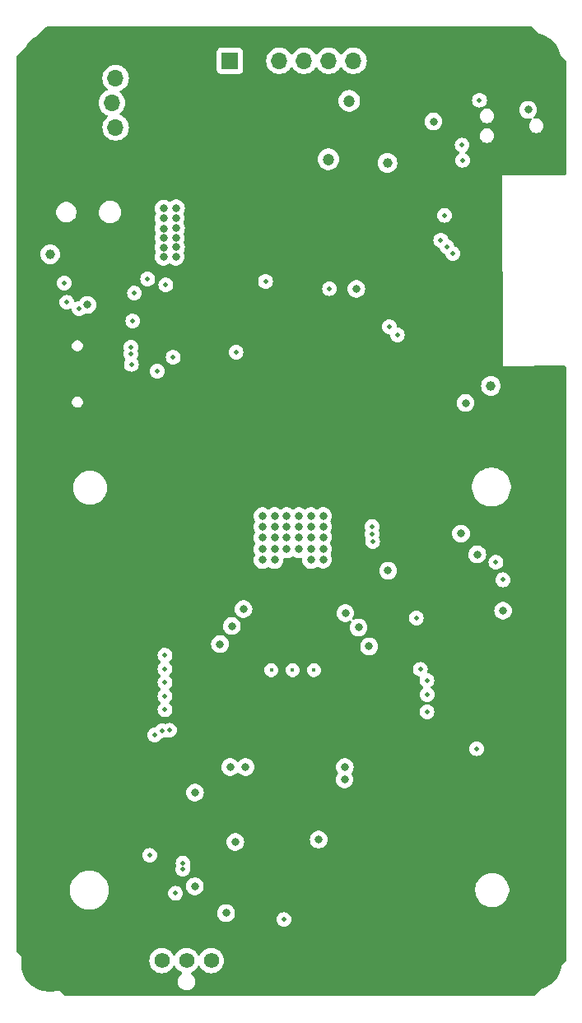
<source format=gbr>
%TF.GenerationSoftware,KiCad,Pcbnew,8.0.1*%
%TF.CreationDate,2024-11-12T16:16:35-05:00*%
%TF.ProjectId,bitaxeGamma,62697461-7865-4476-916d-6d612e6b6963,rev?*%
%TF.SameCoordinates,Original*%
%TF.FileFunction,Copper,L2,Inr*%
%TF.FilePolarity,Positive*%
%FSLAX46Y46*%
G04 Gerber Fmt 4.6, Leading zero omitted, Abs format (unit mm)*
G04 Created by KiCad (PCBNEW 8.0.1) date 2024-11-12 16:16:35*
%MOMM*%
%LPD*%
G01*
G04 APERTURE LIST*
%TA.AperFunction,ComponentPad*%
%ADD10C,0.800000*%
%TD*%
%TA.AperFunction,ComponentPad*%
%ADD11C,6.000000*%
%TD*%
%TA.AperFunction,ComponentPad*%
%ADD12R,1.700000X1.700000*%
%TD*%
%TA.AperFunction,ComponentPad*%
%ADD13O,1.700000X1.700000*%
%TD*%
%TA.AperFunction,ComponentPad*%
%ADD14C,0.400000*%
%TD*%
%TA.AperFunction,ComponentPad*%
%ADD15C,1.574800*%
%TD*%
%TA.AperFunction,ComponentPad*%
%ADD16C,1.700000*%
%TD*%
%TA.AperFunction,ComponentPad*%
%ADD17O,1.800000X1.000000*%
%TD*%
%TA.AperFunction,ComponentPad*%
%ADD18O,2.100000X1.000000*%
%TD*%
%TA.AperFunction,ViaPad*%
%ADD19C,0.800000*%
%TD*%
%TA.AperFunction,ViaPad*%
%ADD20C,0.500000*%
%TD*%
%TA.AperFunction,ViaPad*%
%ADD21C,1.000000*%
%TD*%
%TA.AperFunction,ViaPad*%
%ADD22C,1.200000*%
%TD*%
G04 APERTURE END LIST*
D10*
%TO.N,GND*%
%TO.C,H1*%
X127985010Y-51120990D03*
X128644020Y-49530000D03*
X128644020Y-52711980D03*
X130235010Y-48870990D03*
D11*
X130235010Y-51120990D03*
D10*
X130235010Y-53370990D03*
X131826000Y-49530000D03*
X131826000Y-52711980D03*
X132485010Y-51120990D03*
%TD*%
%TO.N,GND*%
%TO.C,H3*%
X128052000Y-143728000D03*
X128711010Y-142137010D03*
X128711010Y-145318990D03*
X130302000Y-141478000D03*
D11*
X130302000Y-143728000D03*
D10*
X130302000Y-145978000D03*
X131892990Y-142137010D03*
X131892990Y-145318990D03*
X132552000Y-143728000D03*
%TD*%
D12*
%TO.N,/5V*%
%TO.C,J4*%
X99171505Y-51054000D03*
D13*
%TO.N,GND*%
X101711505Y-51054000D03*
%TO.N,Net-(J4-Pin_3)*%
X104251505Y-51054000D03*
%TO.N,Net-(J4-Pin_4)*%
X106791505Y-51054000D03*
%TO.N,Net-(J4-Pin_5)*%
X109331505Y-51054000D03*
%TO.N,Net-(J4-Pin_6)*%
X111871505Y-51054000D03*
%TD*%
D10*
%TO.N,GND*%
%TO.C,H4*%
X78455010Y-143830990D03*
X79114020Y-142240000D03*
X79114020Y-145421980D03*
X80705010Y-141580990D03*
D11*
X80705010Y-143830990D03*
D10*
X80705010Y-146080990D03*
X82296000Y-142240000D03*
X82296000Y-145421980D03*
X82955010Y-143830990D03*
%TD*%
%TO.N,GND*%
%TO.C,H2*%
X78558000Y-51054000D03*
X79217010Y-49463010D03*
X79217010Y-52644990D03*
X80808000Y-48804000D03*
D11*
X80808000Y-51054000D03*
D10*
X80808000Y-53304000D03*
X82398990Y-49463010D03*
X82398990Y-52644990D03*
X83058000Y-51054000D03*
%TD*%
D14*
%TO.N,GND*%
%TO.C,U2*%
X92180000Y-78870000D03*
X93580000Y-78870000D03*
X94980000Y-78870000D03*
X91180000Y-77590000D03*
X92180000Y-77590000D03*
X93580000Y-77590000D03*
X94980000Y-77590000D03*
X95980000Y-77590000D03*
X92180000Y-76310000D03*
X93580000Y-76310000D03*
X94980000Y-76310000D03*
%TD*%
D15*
%TO.N,GND*%
%TO.C,J6*%
X89621000Y-143622000D03*
%TO.N,/5V*%
X92161000Y-143622000D03*
%TO.N,/Fan/FAN_TACH*%
X94701000Y-143622000D03*
%TO.N,/Fan/FAN_PWM*%
X97241000Y-143622000D03*
%TD*%
D16*
%TO.N,GND*%
%TO.C,J3*%
X87005000Y-50292000D03*
D13*
%TO.N,/3V3*%
X87405000Y-52832000D03*
%TO.N,/SCL*%
X87005000Y-55372000D03*
%TO.N,/SDA*%
X87405000Y-57912000D03*
%TD*%
D17*
%TO.N,GND*%
%TO.C,J5*%
X79790000Y-87580000D03*
D18*
X83970000Y-87580000D03*
D17*
X79790000Y-78940000D03*
D18*
X83970000Y-78940000D03*
%TD*%
D14*
%TO.N,GND*%
%TO.C,U8*%
X107810562Y-117846000D03*
X107810562Y-115946000D03*
%TO.N,/VDD*%
X107810562Y-113746000D03*
%TO.N,GND*%
X107710562Y-119746000D03*
X105610562Y-117846000D03*
X105610562Y-115946000D03*
%TO.N,/VDD*%
X105610562Y-113746000D03*
%TO.N,GND*%
X105510562Y-119746000D03*
X103410562Y-117846000D03*
X103410562Y-115946000D03*
%TO.N,/VDD*%
X103410562Y-113746000D03*
%TO.N,GND*%
X103310562Y-119746000D03*
%TD*%
D19*
%TO.N,GND*%
X112180000Y-119260000D03*
D20*
X104500000Y-117000000D03*
D19*
X113580000Y-132650000D03*
X98050000Y-114260000D03*
X100050000Y-61700000D03*
X112180000Y-120800000D03*
X101350000Y-62800000D03*
X97450000Y-60200000D03*
X111900000Y-87400000D03*
X104640000Y-130470000D03*
X105540000Y-132550000D03*
X100050000Y-65750000D03*
D21*
X116540000Y-70920000D03*
D19*
X125600000Y-65940000D03*
X116770000Y-124080000D03*
D20*
X95080000Y-91220000D03*
D19*
X115260000Y-109040000D03*
X123750000Y-117530000D03*
X111900000Y-89050000D03*
X101400000Y-60700000D03*
X100050000Y-63800000D03*
X100100000Y-60700000D03*
D20*
X106750000Y-117000000D03*
D19*
X98450000Y-78230000D03*
X96070000Y-137650000D03*
X116050000Y-128010000D03*
X120300000Y-53900000D03*
X128130000Y-56090000D03*
X112980000Y-114270000D03*
D21*
X81444307Y-58757907D03*
X104600000Y-143100000D03*
D19*
X99550000Y-67970000D03*
X101350000Y-63800000D03*
X91790000Y-89910000D03*
X112000000Y-86150000D03*
X117090000Y-100360000D03*
X121580000Y-112400000D03*
X101350000Y-61700000D03*
X111860000Y-83000000D03*
X111850000Y-85100000D03*
X98750000Y-61100000D03*
X122640000Y-102460000D03*
X96070000Y-141200000D03*
D20*
X106750000Y-119000000D03*
D19*
X113180000Y-130220000D03*
D21*
X117910000Y-70950000D03*
D19*
X119440000Y-103510000D03*
X99370000Y-119240000D03*
X111900000Y-90200000D03*
X97450000Y-61100000D03*
X123710000Y-120230000D03*
X111900000Y-91400000D03*
X100050000Y-64750000D03*
X96600000Y-108920000D03*
X100490000Y-76620000D03*
X100050000Y-62800000D03*
X98460000Y-76630000D03*
X99490000Y-70390000D03*
X98440000Y-121490000D03*
X92680000Y-133370000D03*
X128690000Y-107620000D03*
X112512000Y-61250000D03*
X104560000Y-76600000D03*
D21*
X119454234Y-70914234D03*
X128020000Y-84450000D03*
D19*
X101350000Y-64750000D03*
X115440000Y-96940000D03*
X98750000Y-60200000D03*
X102570000Y-76600000D03*
X101350000Y-65750000D03*
D20*
X104500000Y-119000000D03*
D19*
X132297000Y-108743000D03*
X98460000Y-74920000D03*
%TO.N,/VDD*%
X102500000Y-101300000D03*
X103750000Y-100100000D03*
D20*
X120850000Y-69510000D03*
D19*
X105000000Y-99000000D03*
X106250000Y-99000000D03*
X102500000Y-97900000D03*
X107500000Y-101300000D03*
X84500000Y-76160000D03*
X107500000Y-97900000D03*
X108750000Y-97880000D03*
X102500000Y-99000000D03*
X106250000Y-100100000D03*
X103750000Y-99000000D03*
X108750000Y-101280000D03*
X107500000Y-99000000D03*
X108750000Y-102380000D03*
X103750000Y-101300000D03*
X103750000Y-97900000D03*
X102500000Y-100100000D03*
X106250000Y-97900000D03*
D20*
X99780000Y-81020000D03*
D19*
X107500000Y-100100000D03*
X106250000Y-101300000D03*
X108750000Y-98980000D03*
X105000000Y-97900000D03*
X105000000Y-101300000D03*
X108750000Y-100080000D03*
X102500000Y-102400000D03*
X107500000Y-102400000D03*
X103750000Y-102400000D03*
X105000000Y-100100000D03*
D20*
%TO.N,/ESP32/EN*%
X122101300Y-70905000D03*
X127228000Y-104448000D03*
D19*
%TO.N,/5V*%
X93620000Y-68280000D03*
X92350000Y-66250000D03*
X93600000Y-69250000D03*
X93600000Y-71200000D03*
X92350000Y-68300000D03*
D22*
X109280000Y-61185155D03*
D19*
X108290000Y-131179000D03*
X93600000Y-67250000D03*
X92350000Y-70250000D03*
X99710000Y-131420000D03*
D21*
X80680000Y-70950000D03*
D19*
X93620000Y-70230000D03*
X92330000Y-71220000D03*
X92330000Y-69270000D03*
X98770000Y-138720000D03*
X93620000Y-66230000D03*
X92330000Y-67270000D03*
D20*
X104700000Y-139400000D03*
D19*
%TO.N,/3V3*%
X129830000Y-56090000D03*
D21*
X126000000Y-84500000D03*
D19*
X123394000Y-86260000D03*
X112160000Y-74520000D03*
X95550000Y-135970000D03*
D22*
X111440000Y-55180000D03*
D19*
X122930000Y-99700000D03*
X120100000Y-57300000D03*
X127250000Y-107630000D03*
D21*
X115370000Y-61560000D03*
D19*
X95560000Y-126330000D03*
D20*
%TO.N,/TX*%
X116380000Y-79250000D03*
%TO.N,/RX*%
X115580000Y-78420000D03*
%TO.N,/RST*%
X121476817Y-70170000D03*
%TO.N,/SCL*%
X94317599Y-134229617D03*
X88970000Y-81220000D03*
%TO.N,/Fan/FAN_PWM*%
X90900000Y-132800000D03*
%TO.N,Net-(U2-BP1V5)*%
X91690000Y-82980000D03*
X83660000Y-76570000D03*
%TO.N,/ESP32/P_TX*%
X123105000Y-61285000D03*
%TO.N,/ESP32/P_RX*%
X123040000Y-59730000D03*
%TO.N,/ESP32/IO0*%
X121244400Y-66945600D03*
X124830000Y-55100000D03*
X126520000Y-102640000D03*
%TO.N,Net-(U2-VDD5)*%
X92570000Y-74110000D03*
X102820000Y-73740000D03*
%TO.N,/Power/PGOOD*%
X89020000Y-82280000D03*
X109410000Y-74490000D03*
%TO.N,/SDA*%
X82130000Y-73910000D03*
X94340000Y-133580000D03*
X88990000Y-80510000D03*
X82390000Y-75900000D03*
D19*
%TO.N,Net-(U8-VDDIO_12_1)*%
X100770000Y-123700000D03*
%TO.N,Net-(U8-VDDIO_08_1)*%
X99180000Y-123710000D03*
D20*
%TO.N,Net-(U8-ROSC_SEL)*%
X119430000Y-116250000D03*
%TO.N,Net-(U8-LITE_PAD)*%
X119420000Y-118020000D03*
%TO.N,Net-(U8-INV_CLKO)*%
X124540000Y-121820000D03*
%TO.N,/Fan/TEMP_N*%
X92180000Y-119960000D03*
%TO.N,/Fan/TEMP_P*%
X92940000Y-119930000D03*
%TO.N,/Power/AGND*%
X89170000Y-77830000D03*
X90700000Y-73500000D03*
X89340000Y-74960000D03*
%TO.N,/Power/PMB_ALRT*%
X93330000Y-81550000D03*
D19*
%TO.N,/BM1370/VDD3_0*%
X113470000Y-111290000D03*
%TO.N,/BM1370/1V2*%
X110950000Y-124990000D03*
X124600000Y-101830000D03*
X115430000Y-103510000D03*
%TO.N,/BM1370/0V8*%
X110970000Y-123700000D03*
%TO.N,/BM1370/VDD2_0*%
X112390000Y-109350000D03*
%TO.N,/BM1370/VDD1_0*%
X111030000Y-107870000D03*
%TO.N,/BM1370/VDD1_1*%
X100553800Y-107457400D03*
%TO.N,/BM1370/VDD2_1*%
X99360000Y-109210000D03*
%TO.N,/BM1370/VDD3_1*%
X98140000Y-111060000D03*
D20*
%TO.N,/BM1370/BI*%
X119420000Y-114790000D03*
%TO.N,/BM1370/RST_N*%
X113800000Y-98950000D03*
%TO.N,/BM1370/CI*%
X113770000Y-99770000D03*
%TO.N,/BM1370/RO*%
X113830000Y-100500000D03*
X118320000Y-108370000D03*
%TO.N,/BM1370/CLKI*%
X118740000Y-113660000D03*
%TO.N,/BM1370/NRSTO*%
X92480000Y-112210000D03*
%TO.N,/BM1370/CO*%
X92480000Y-113611428D03*
%TO.N,/BM1370/RI*%
X92480000Y-115012856D03*
%TO.N,/BM1370/CLKO*%
X92480000Y-116414284D03*
%TO.N,/BM1370/BO*%
X92480000Y-117815712D03*
%TO.N,/BM1370/PIN_MODE*%
X91400000Y-120430000D03*
%TO.N,/Fan/FAN_TACH*%
X93570000Y-136700000D03*
%TD*%
%TA.AperFunction,Conductor*%
%TO.N,GND*%
G36*
X130241726Y-47542002D02*
G01*
X130262851Y-47559056D01*
X133522171Y-50829624D01*
X133695249Y-51003299D01*
X133729166Y-51065670D01*
X133732000Y-51092241D01*
X133732000Y-62672096D01*
X133711998Y-62740217D01*
X133658342Y-62786710D01*
X133606621Y-62798094D01*
X127129999Y-62829999D01*
X127239999Y-82460000D01*
X127240000Y-82460000D01*
X133605387Y-82428835D01*
X133673601Y-82448502D01*
X133720356Y-82501929D01*
X133732000Y-82554832D01*
X133732000Y-143624559D01*
X133711998Y-143692680D01*
X133699447Y-143709079D01*
X130503576Y-147242520D01*
X130443047Y-147279624D01*
X130410129Y-147284000D01*
X82253415Y-147284000D01*
X82185294Y-147263998D01*
X82169058Y-147251594D01*
X78142049Y-143622000D01*
X90860150Y-143622000D01*
X90879913Y-143847890D01*
X90891000Y-143889267D01*
X90938600Y-144066915D01*
X90938602Y-144066920D01*
X90980852Y-144157524D01*
X91034431Y-144272425D01*
X91164491Y-144458170D01*
X91324830Y-144618509D01*
X91510575Y-144748569D01*
X91716083Y-144844399D01*
X91935110Y-144903087D01*
X92161000Y-144922850D01*
X92386890Y-144903087D01*
X92605917Y-144844399D01*
X92811425Y-144748569D01*
X92997170Y-144618509D01*
X93157509Y-144458170D01*
X93287569Y-144272425D01*
X93316805Y-144209727D01*
X93363722Y-144156443D01*
X93431999Y-144136982D01*
X93499959Y-144157524D01*
X93545194Y-144209727D01*
X93574431Y-144272425D01*
X93704491Y-144458170D01*
X93864830Y-144618509D01*
X94050575Y-144748569D01*
X94189513Y-144813356D01*
X94242797Y-144860273D01*
X94262258Y-144928550D01*
X94241716Y-144996510D01*
X94206265Y-145032315D01*
X94128434Y-145084321D01*
X94128425Y-145084328D01*
X94003327Y-145209426D01*
X94003322Y-145209432D01*
X93905025Y-145356544D01*
X93837319Y-145520000D01*
X93837317Y-145520005D01*
X93802800Y-145693533D01*
X93802800Y-145693536D01*
X93802800Y-145870466D01*
X93837317Y-146043996D01*
X93905025Y-146207458D01*
X93970705Y-146305755D01*
X94003322Y-146354569D01*
X94003327Y-146354575D01*
X94128425Y-146479673D01*
X94128431Y-146479678D01*
X94275543Y-146577976D01*
X94439005Y-146645684D01*
X94612535Y-146680201D01*
X94612536Y-146680201D01*
X94789464Y-146680201D01*
X94789465Y-146680201D01*
X94962995Y-146645684D01*
X95126457Y-146577976D01*
X95273569Y-146479678D01*
X95398677Y-146354570D01*
X95496975Y-146207458D01*
X95564683Y-146043996D01*
X95599200Y-145870466D01*
X95599200Y-145693536D01*
X95564683Y-145520006D01*
X95496975Y-145356544D01*
X95398677Y-145209432D01*
X95398672Y-145209426D01*
X95273572Y-145084326D01*
X95195734Y-145032316D01*
X95150207Y-144977838D01*
X95141360Y-144907395D01*
X95172001Y-144843351D01*
X95212486Y-144813357D01*
X95351425Y-144748569D01*
X95537170Y-144618509D01*
X95697509Y-144458170D01*
X95827569Y-144272425D01*
X95856805Y-144209727D01*
X95903722Y-144156443D01*
X95971999Y-144136982D01*
X96039959Y-144157524D01*
X96085194Y-144209727D01*
X96114431Y-144272425D01*
X96244491Y-144458170D01*
X96404830Y-144618509D01*
X96590575Y-144748569D01*
X96796083Y-144844399D01*
X97015110Y-144903087D01*
X97241000Y-144922850D01*
X97466890Y-144903087D01*
X97685917Y-144844399D01*
X97891425Y-144748569D01*
X98077170Y-144618509D01*
X98237509Y-144458170D01*
X98367569Y-144272425D01*
X98463399Y-144066917D01*
X98522087Y-143847890D01*
X98541850Y-143622000D01*
X98522087Y-143396110D01*
X98463399Y-143177083D01*
X98367569Y-142971575D01*
X98237509Y-142785830D01*
X98077170Y-142625491D01*
X97891425Y-142495431D01*
X97685920Y-142399602D01*
X97685915Y-142399600D01*
X97584264Y-142372363D01*
X97466890Y-142340913D01*
X97241000Y-142321150D01*
X97015110Y-142340913D01*
X96956423Y-142356638D01*
X96796084Y-142399600D01*
X96796079Y-142399602D01*
X96590574Y-142495431D01*
X96404833Y-142625488D01*
X96404827Y-142625493D01*
X96244493Y-142785827D01*
X96244488Y-142785833D01*
X96114431Y-142971574D01*
X96085195Y-143034271D01*
X96038277Y-143087556D01*
X95970000Y-143107017D01*
X95902040Y-143086475D01*
X95856805Y-143034271D01*
X95845006Y-143008969D01*
X95827569Y-142971575D01*
X95697509Y-142785830D01*
X95537170Y-142625491D01*
X95351425Y-142495431D01*
X95145920Y-142399602D01*
X95145915Y-142399600D01*
X95044264Y-142372363D01*
X94926890Y-142340913D01*
X94701000Y-142321150D01*
X94475110Y-142340913D01*
X94416423Y-142356638D01*
X94256084Y-142399600D01*
X94256079Y-142399602D01*
X94050574Y-142495431D01*
X93864833Y-142625488D01*
X93864827Y-142625493D01*
X93704493Y-142785827D01*
X93704488Y-142785833D01*
X93574431Y-142971574D01*
X93545195Y-143034271D01*
X93498277Y-143087556D01*
X93430000Y-143107017D01*
X93362040Y-143086475D01*
X93316805Y-143034271D01*
X93305006Y-143008969D01*
X93287569Y-142971575D01*
X93157509Y-142785830D01*
X92997170Y-142625491D01*
X92811425Y-142495431D01*
X92605920Y-142399602D01*
X92605915Y-142399600D01*
X92504264Y-142372363D01*
X92386890Y-142340913D01*
X92161000Y-142321150D01*
X91935110Y-142340913D01*
X91876423Y-142356638D01*
X91716084Y-142399600D01*
X91716079Y-142399602D01*
X91510574Y-142495431D01*
X91324833Y-142625488D01*
X91324827Y-142625493D01*
X91164493Y-142785827D01*
X91164488Y-142785833D01*
X91034431Y-142971574D01*
X90938602Y-143177079D01*
X90938600Y-143177084D01*
X90895638Y-143337423D01*
X90879913Y-143396110D01*
X90860150Y-143622000D01*
X78142049Y-143622000D01*
X77230643Y-142800538D01*
X77193433Y-142740073D01*
X77189000Y-142706944D01*
X77189000Y-138720000D01*
X97856496Y-138720000D01*
X97876457Y-138909927D01*
X97906526Y-139002470D01*
X97935473Y-139091556D01*
X97935476Y-139091561D01*
X98030958Y-139256941D01*
X98030965Y-139256951D01*
X98158744Y-139398864D01*
X98158747Y-139398866D01*
X98313248Y-139511118D01*
X98487712Y-139588794D01*
X98674513Y-139628500D01*
X98865487Y-139628500D01*
X99052288Y-139588794D01*
X99226752Y-139511118D01*
X99379692Y-139400000D01*
X103936701Y-139400000D01*
X103955837Y-139569848D01*
X104012290Y-139731182D01*
X104103231Y-139875912D01*
X104224087Y-139996768D01*
X104224089Y-139996769D01*
X104224091Y-139996771D01*
X104368817Y-140087709D01*
X104530150Y-140144162D01*
X104530149Y-140144162D01*
X104547348Y-140146099D01*
X104700000Y-140163299D01*
X104869850Y-140144162D01*
X105031183Y-140087709D01*
X105175909Y-139996771D01*
X105296771Y-139875909D01*
X105387709Y-139731183D01*
X105444162Y-139569850D01*
X105463299Y-139400000D01*
X105444162Y-139230150D01*
X105387709Y-139068817D01*
X105296771Y-138924091D01*
X105296769Y-138924089D01*
X105296768Y-138924087D01*
X105175912Y-138803231D01*
X105031182Y-138712290D01*
X104931270Y-138677330D01*
X104869850Y-138655838D01*
X104869848Y-138655837D01*
X104869850Y-138655837D01*
X104700000Y-138636701D01*
X104530151Y-138655837D01*
X104368817Y-138712290D01*
X104224087Y-138803231D01*
X104103231Y-138924087D01*
X104012290Y-139068817D01*
X103955837Y-139230151D01*
X103936701Y-139400000D01*
X99379692Y-139400000D01*
X99381253Y-139398866D01*
X99509040Y-139256944D01*
X99604527Y-139091556D01*
X99663542Y-138909928D01*
X99683504Y-138720000D01*
X99663542Y-138530072D01*
X99604527Y-138348444D01*
X99509040Y-138183056D01*
X99509038Y-138183054D01*
X99509034Y-138183048D01*
X99381255Y-138041135D01*
X99226752Y-137928882D01*
X99052288Y-137851206D01*
X98865487Y-137811500D01*
X98674513Y-137811500D01*
X98487711Y-137851206D01*
X98313247Y-137928882D01*
X98158744Y-138041135D01*
X98030965Y-138183048D01*
X98030958Y-138183058D01*
X97935476Y-138348438D01*
X97935473Y-138348445D01*
X97876457Y-138530072D01*
X97856496Y-138720000D01*
X77189000Y-138720000D01*
X77189000Y-136491121D01*
X82709500Y-136491121D01*
X82743728Y-136751108D01*
X82743729Y-136751114D01*
X82743730Y-136751116D01*
X82811602Y-137004419D01*
X82911957Y-137246697D01*
X82911958Y-137246698D01*
X82911963Y-137246709D01*
X83043073Y-137473799D01*
X83043077Y-137473805D01*
X83202710Y-137681842D01*
X83202729Y-137681863D01*
X83388136Y-137867270D01*
X83388157Y-137867289D01*
X83596194Y-138026922D01*
X83596200Y-138026926D01*
X83823290Y-138158036D01*
X83823294Y-138158037D01*
X83823303Y-138158043D01*
X84065581Y-138258398D01*
X84318884Y-138326270D01*
X84318890Y-138326270D01*
X84318891Y-138326271D01*
X84343900Y-138329563D01*
X84578880Y-138360500D01*
X84578887Y-138360500D01*
X84841113Y-138360500D01*
X84841120Y-138360500D01*
X85101116Y-138326270D01*
X85354419Y-138258398D01*
X85596697Y-138158043D01*
X85823803Y-138026924D01*
X86031851Y-137867282D01*
X86217282Y-137681851D01*
X86376924Y-137473803D01*
X86508043Y-137246697D01*
X86608398Y-137004419D01*
X86676270Y-136751116D01*
X86683000Y-136700000D01*
X92806701Y-136700000D01*
X92825837Y-136869848D01*
X92882290Y-137031182D01*
X92973231Y-137175912D01*
X93094087Y-137296768D01*
X93094089Y-137296769D01*
X93094091Y-137296771D01*
X93238817Y-137387709D01*
X93400150Y-137444162D01*
X93400149Y-137444162D01*
X93417348Y-137446099D01*
X93570000Y-137463299D01*
X93739850Y-137444162D01*
X93901183Y-137387709D01*
X94045909Y-137296771D01*
X94166771Y-137175909D01*
X94257709Y-137031183D01*
X94314162Y-136869850D01*
X94333299Y-136700000D01*
X94314162Y-136530150D01*
X94257709Y-136368817D01*
X94166771Y-136224091D01*
X94166769Y-136224089D01*
X94166768Y-136224087D01*
X94045912Y-136103231D01*
X93901182Y-136012290D01*
X93801270Y-135977330D01*
X93780322Y-135970000D01*
X94636496Y-135970000D01*
X94656457Y-136159927D01*
X94677306Y-136224091D01*
X94715473Y-136341556D01*
X94715476Y-136341561D01*
X94810958Y-136506941D01*
X94810965Y-136506951D01*
X94938744Y-136648864D01*
X94938747Y-136648866D01*
X95093248Y-136761118D01*
X95267712Y-136838794D01*
X95454513Y-136878500D01*
X95645487Y-136878500D01*
X95832288Y-136838794D01*
X96006752Y-136761118D01*
X96161253Y-136648866D01*
X96161255Y-136648864D01*
X96289034Y-136506951D01*
X96289035Y-136506949D01*
X96289040Y-136506944D01*
X96313409Y-136464736D01*
X124379500Y-136464736D01*
X124409450Y-136692231D01*
X124409452Y-136692238D01*
X124468842Y-136913887D01*
X124556656Y-137125888D01*
X124556657Y-137125889D01*
X124556662Y-137125900D01*
X124671386Y-137324608D01*
X124671391Y-137324615D01*
X124811073Y-137506652D01*
X124811092Y-137506673D01*
X124973326Y-137668907D01*
X124973347Y-137668926D01*
X125155384Y-137808608D01*
X125155391Y-137808613D01*
X125354099Y-137923337D01*
X125354103Y-137923338D01*
X125354112Y-137923344D01*
X125566113Y-138011158D01*
X125787762Y-138070548D01*
X125787766Y-138070548D01*
X125787768Y-138070549D01*
X125846398Y-138078267D01*
X126015266Y-138100500D01*
X126015273Y-138100500D01*
X126244727Y-138100500D01*
X126244734Y-138100500D01*
X126450345Y-138073430D01*
X126472231Y-138070549D01*
X126472231Y-138070548D01*
X126472238Y-138070548D01*
X126693887Y-138011158D01*
X126905888Y-137923344D01*
X127104612Y-137808611D01*
X127286661Y-137668919D01*
X127448919Y-137506661D01*
X127588611Y-137324612D01*
X127703344Y-137125888D01*
X127791158Y-136913887D01*
X127850548Y-136692238D01*
X127880500Y-136464734D01*
X127880500Y-136235266D01*
X127850548Y-136007762D01*
X127791158Y-135786113D01*
X127703344Y-135574112D01*
X127703338Y-135574103D01*
X127703337Y-135574099D01*
X127588613Y-135375391D01*
X127588608Y-135375384D01*
X127448926Y-135193347D01*
X127448907Y-135193326D01*
X127286673Y-135031092D01*
X127286652Y-135031073D01*
X127104615Y-134891391D01*
X127104608Y-134891386D01*
X126905900Y-134776662D01*
X126905892Y-134776658D01*
X126905888Y-134776656D01*
X126693887Y-134688842D01*
X126472238Y-134629452D01*
X126472231Y-134629450D01*
X126244736Y-134599500D01*
X126244734Y-134599500D01*
X126015266Y-134599500D01*
X126015263Y-134599500D01*
X125787768Y-134629450D01*
X125566113Y-134688842D01*
X125555899Y-134693073D01*
X125354110Y-134776657D01*
X125354099Y-134776662D01*
X125155391Y-134891386D01*
X125155384Y-134891391D01*
X124973347Y-135031073D01*
X124973326Y-135031092D01*
X124811092Y-135193326D01*
X124811073Y-135193347D01*
X124671391Y-135375384D01*
X124671386Y-135375391D01*
X124556662Y-135574099D01*
X124556657Y-135574110D01*
X124468842Y-135786113D01*
X124409450Y-136007768D01*
X124379500Y-136235263D01*
X124379500Y-136464736D01*
X96313409Y-136464736D01*
X96384527Y-136341556D01*
X96443542Y-136159928D01*
X96463504Y-135970000D01*
X96443542Y-135780072D01*
X96384527Y-135598444D01*
X96289040Y-135433056D01*
X96289038Y-135433054D01*
X96289034Y-135433048D01*
X96161255Y-135291135D01*
X96006752Y-135178882D01*
X95832288Y-135101206D01*
X95645487Y-135061500D01*
X95454513Y-135061500D01*
X95267711Y-135101206D01*
X95093247Y-135178882D01*
X94938744Y-135291135D01*
X94810965Y-135433048D01*
X94810958Y-135433058D01*
X94715476Y-135598438D01*
X94715473Y-135598445D01*
X94656457Y-135780072D01*
X94636496Y-135970000D01*
X93780322Y-135970000D01*
X93739850Y-135955838D01*
X93739848Y-135955837D01*
X93739850Y-135955837D01*
X93570000Y-135936701D01*
X93400151Y-135955837D01*
X93238817Y-136012290D01*
X93094087Y-136103231D01*
X92973231Y-136224087D01*
X92882290Y-136368817D01*
X92825837Y-136530151D01*
X92806701Y-136700000D01*
X86683000Y-136700000D01*
X86710500Y-136491120D01*
X86710500Y-136228880D01*
X86676270Y-135968884D01*
X86608398Y-135715581D01*
X86508043Y-135473303D01*
X86508037Y-135473294D01*
X86508036Y-135473290D01*
X86376926Y-135246200D01*
X86376922Y-135246194D01*
X86217289Y-135038157D01*
X86217270Y-135038136D01*
X86031863Y-134852729D01*
X86031842Y-134852710D01*
X85823805Y-134693077D01*
X85823799Y-134693073D01*
X85596709Y-134561963D01*
X85596701Y-134561959D01*
X85596697Y-134561957D01*
X85354419Y-134461602D01*
X85101116Y-134393730D01*
X85101114Y-134393729D01*
X85101108Y-134393728D01*
X84841121Y-134359500D01*
X84841120Y-134359500D01*
X84578880Y-134359500D01*
X84578878Y-134359500D01*
X84318891Y-134393728D01*
X84297473Y-134399467D01*
X84065581Y-134461602D01*
X83826097Y-134560800D01*
X83823301Y-134561958D01*
X83823290Y-134561963D01*
X83596200Y-134693073D01*
X83596194Y-134693077D01*
X83388157Y-134852710D01*
X83388136Y-134852729D01*
X83202729Y-135038136D01*
X83202710Y-135038157D01*
X83043077Y-135246194D01*
X83043073Y-135246200D01*
X82911963Y-135473290D01*
X82911958Y-135473301D01*
X82911957Y-135473303D01*
X82860124Y-135598438D01*
X82811602Y-135715581D01*
X82743728Y-135968891D01*
X82709500Y-136228878D01*
X82709500Y-136491121D01*
X77189000Y-136491121D01*
X77189000Y-134229617D01*
X93554300Y-134229617D01*
X93573436Y-134399465D01*
X93629889Y-134560799D01*
X93720830Y-134705529D01*
X93841686Y-134826385D01*
X93841688Y-134826386D01*
X93841690Y-134826388D01*
X93986416Y-134917326D01*
X94147749Y-134973779D01*
X94147748Y-134973779D01*
X94164947Y-134975716D01*
X94317599Y-134992916D01*
X94487449Y-134973779D01*
X94648782Y-134917326D01*
X94793508Y-134826388D01*
X94914370Y-134705526D01*
X95005308Y-134560800D01*
X95061761Y-134399467D01*
X95080898Y-134229617D01*
X95061761Y-134059767D01*
X95033300Y-133978432D01*
X95029681Y-133907529D01*
X95033301Y-133895203D01*
X95084161Y-133749852D01*
X95084162Y-133749850D01*
X95103299Y-133580000D01*
X95084162Y-133410150D01*
X95027709Y-133248817D01*
X94936771Y-133104091D01*
X94936769Y-133104089D01*
X94936768Y-133104087D01*
X94815912Y-132983231D01*
X94671182Y-132892290D01*
X94571270Y-132857330D01*
X94509850Y-132835838D01*
X94509848Y-132835837D01*
X94509850Y-132835837D01*
X94340000Y-132816701D01*
X94170151Y-132835837D01*
X94008817Y-132892290D01*
X93864087Y-132983231D01*
X93743231Y-133104087D01*
X93652290Y-133248817D01*
X93595837Y-133410151D01*
X93576701Y-133580000D01*
X93595838Y-133749852D01*
X93595837Y-133749852D01*
X93624297Y-133831184D01*
X93627917Y-133902088D01*
X93624298Y-133914413D01*
X93573436Y-134059771D01*
X93554300Y-134229617D01*
X77189000Y-134229617D01*
X77189000Y-132800000D01*
X90136701Y-132800000D01*
X90155837Y-132969848D01*
X90212290Y-133131182D01*
X90303231Y-133275912D01*
X90424087Y-133396768D01*
X90424089Y-133396769D01*
X90424091Y-133396771D01*
X90568817Y-133487709D01*
X90730150Y-133544162D01*
X90730149Y-133544162D01*
X90747348Y-133546099D01*
X90900000Y-133563299D01*
X91069850Y-133544162D01*
X91231183Y-133487709D01*
X91375909Y-133396771D01*
X91496771Y-133275909D01*
X91587709Y-133131183D01*
X91644162Y-132969850D01*
X91663299Y-132800000D01*
X91644162Y-132630150D01*
X91587709Y-132468817D01*
X91496771Y-132324091D01*
X91496769Y-132324089D01*
X91496768Y-132324087D01*
X91375912Y-132203231D01*
X91231182Y-132112290D01*
X91131270Y-132077330D01*
X91069850Y-132055838D01*
X91069848Y-132055837D01*
X91069850Y-132055837D01*
X90900000Y-132036701D01*
X90730151Y-132055837D01*
X90568817Y-132112290D01*
X90424087Y-132203231D01*
X90303231Y-132324087D01*
X90212290Y-132468817D01*
X90155837Y-132630151D01*
X90136701Y-132800000D01*
X77189000Y-132800000D01*
X77189000Y-131420000D01*
X98796496Y-131420000D01*
X98816457Y-131609927D01*
X98846526Y-131702470D01*
X98875473Y-131791556D01*
X98875476Y-131791561D01*
X98970958Y-131956941D01*
X98970965Y-131956951D01*
X99098744Y-132098864D01*
X99098747Y-132098866D01*
X99253248Y-132211118D01*
X99427712Y-132288794D01*
X99614513Y-132328500D01*
X99805487Y-132328500D01*
X99992288Y-132288794D01*
X100166752Y-132211118D01*
X100321253Y-132098866D01*
X100359996Y-132055838D01*
X100449034Y-131956951D01*
X100449035Y-131956949D01*
X100449040Y-131956944D01*
X100544527Y-131791556D01*
X100603542Y-131609928D01*
X100623504Y-131420000D01*
X100603542Y-131230072D01*
X100586948Y-131179000D01*
X107376496Y-131179000D01*
X107396457Y-131368927D01*
X107413052Y-131420000D01*
X107455473Y-131550556D01*
X107455476Y-131550561D01*
X107550958Y-131715941D01*
X107550965Y-131715951D01*
X107678744Y-131857864D01*
X107678747Y-131857866D01*
X107833248Y-131970118D01*
X108007712Y-132047794D01*
X108194513Y-132087500D01*
X108385487Y-132087500D01*
X108572288Y-132047794D01*
X108746752Y-131970118D01*
X108901253Y-131857866D01*
X109029040Y-131715944D01*
X109124527Y-131550556D01*
X109183542Y-131368928D01*
X109203504Y-131179000D01*
X109183542Y-130989072D01*
X109124527Y-130807444D01*
X109029040Y-130642056D01*
X109029038Y-130642054D01*
X109029034Y-130642048D01*
X108901255Y-130500135D01*
X108746752Y-130387882D01*
X108572288Y-130310206D01*
X108385487Y-130270500D01*
X108194513Y-130270500D01*
X108007711Y-130310206D01*
X107833247Y-130387882D01*
X107678744Y-130500135D01*
X107550965Y-130642048D01*
X107550958Y-130642058D01*
X107455476Y-130807438D01*
X107455473Y-130807445D01*
X107396457Y-130989072D01*
X107376496Y-131179000D01*
X100586948Y-131179000D01*
X100544527Y-131048444D01*
X100449040Y-130883056D01*
X100449038Y-130883054D01*
X100449034Y-130883048D01*
X100321255Y-130741135D01*
X100166752Y-130628882D01*
X99992288Y-130551206D01*
X99805487Y-130511500D01*
X99614513Y-130511500D01*
X99427711Y-130551206D01*
X99253247Y-130628882D01*
X99098744Y-130741135D01*
X98970965Y-130883048D01*
X98970958Y-130883058D01*
X98875476Y-131048438D01*
X98875473Y-131048445D01*
X98816457Y-131230072D01*
X98796496Y-131420000D01*
X77189000Y-131420000D01*
X77189000Y-126330000D01*
X94646496Y-126330000D01*
X94666457Y-126519927D01*
X94696526Y-126612470D01*
X94725473Y-126701556D01*
X94725476Y-126701561D01*
X94820958Y-126866941D01*
X94820965Y-126866951D01*
X94948744Y-127008864D01*
X94948747Y-127008866D01*
X95103248Y-127121118D01*
X95277712Y-127198794D01*
X95464513Y-127238500D01*
X95655487Y-127238500D01*
X95842288Y-127198794D01*
X96016752Y-127121118D01*
X96171253Y-127008866D01*
X96299040Y-126866944D01*
X96394527Y-126701556D01*
X96453542Y-126519928D01*
X96473504Y-126330000D01*
X96453542Y-126140072D01*
X96394527Y-125958444D01*
X96299040Y-125793056D01*
X96299038Y-125793054D01*
X96299034Y-125793048D01*
X96171255Y-125651135D01*
X96016752Y-125538882D01*
X95842288Y-125461206D01*
X95655487Y-125421500D01*
X95464513Y-125421500D01*
X95277711Y-125461206D01*
X95103247Y-125538882D01*
X94948744Y-125651135D01*
X94820965Y-125793048D01*
X94820958Y-125793058D01*
X94725476Y-125958438D01*
X94725473Y-125958445D01*
X94666457Y-126140072D01*
X94646496Y-126330000D01*
X77189000Y-126330000D01*
X77189000Y-124990000D01*
X110036496Y-124990000D01*
X110056457Y-125179927D01*
X110086526Y-125272470D01*
X110115473Y-125361556D01*
X110115476Y-125361561D01*
X110210958Y-125526941D01*
X110210965Y-125526951D01*
X110338744Y-125668864D01*
X110338747Y-125668866D01*
X110493248Y-125781118D01*
X110667712Y-125858794D01*
X110854513Y-125898500D01*
X111045487Y-125898500D01*
X111232288Y-125858794D01*
X111406752Y-125781118D01*
X111561253Y-125668866D01*
X111689040Y-125526944D01*
X111784527Y-125361556D01*
X111843542Y-125179928D01*
X111863504Y-124990000D01*
X111843542Y-124800072D01*
X111784527Y-124618444D01*
X111689040Y-124453056D01*
X111677659Y-124440416D01*
X111646942Y-124376411D01*
X111655705Y-124305958D01*
X111677657Y-124271797D01*
X111709040Y-124236944D01*
X111804527Y-124071556D01*
X111863542Y-123889928D01*
X111883504Y-123700000D01*
X111863542Y-123510072D01*
X111804527Y-123328444D01*
X111709040Y-123163056D01*
X111709038Y-123163054D01*
X111709034Y-123163048D01*
X111581255Y-123021135D01*
X111426752Y-122908882D01*
X111252288Y-122831206D01*
X111065487Y-122791500D01*
X110874513Y-122791500D01*
X110687711Y-122831206D01*
X110513247Y-122908882D01*
X110358744Y-123021135D01*
X110230965Y-123163048D01*
X110230958Y-123163058D01*
X110225186Y-123173056D01*
X110135473Y-123328444D01*
X110120999Y-123372986D01*
X110076457Y-123510072D01*
X110056496Y-123700000D01*
X110076457Y-123889927D01*
X110079707Y-123899928D01*
X110135473Y-124071556D01*
X110135476Y-124071561D01*
X110230958Y-124236941D01*
X110230961Y-124236945D01*
X110242341Y-124249584D01*
X110273057Y-124313592D01*
X110264292Y-124384045D01*
X110242342Y-124418201D01*
X110210957Y-124453059D01*
X110115476Y-124618438D01*
X110115473Y-124618445D01*
X110056457Y-124800072D01*
X110036496Y-124990000D01*
X77189000Y-124990000D01*
X77189000Y-123710000D01*
X98266496Y-123710000D01*
X98286457Y-123899927D01*
X98316526Y-123992470D01*
X98345473Y-124081556D01*
X98345476Y-124081561D01*
X98440958Y-124246941D01*
X98440965Y-124246951D01*
X98568744Y-124388864D01*
X98568747Y-124388866D01*
X98723248Y-124501118D01*
X98897712Y-124578794D01*
X99084513Y-124618500D01*
X99275487Y-124618500D01*
X99462288Y-124578794D01*
X99636752Y-124501118D01*
X99791253Y-124388866D01*
X99885866Y-124283787D01*
X99946311Y-124246548D01*
X100017295Y-124247899D01*
X100073137Y-124283787D01*
X100158747Y-124378866D01*
X100313248Y-124491118D01*
X100487712Y-124568794D01*
X100674513Y-124608500D01*
X100865487Y-124608500D01*
X101052288Y-124568794D01*
X101226752Y-124491118D01*
X101381253Y-124378866D01*
X101381255Y-124378864D01*
X101509034Y-124236951D01*
X101509038Y-124236946D01*
X101509040Y-124236944D01*
X101604527Y-124071556D01*
X101663542Y-123889928D01*
X101683504Y-123700000D01*
X101663542Y-123510072D01*
X101604527Y-123328444D01*
X101509040Y-123163056D01*
X101509038Y-123163054D01*
X101509034Y-123163048D01*
X101381255Y-123021135D01*
X101226752Y-122908882D01*
X101052288Y-122831206D01*
X100865487Y-122791500D01*
X100674513Y-122791500D01*
X100487711Y-122831206D01*
X100313247Y-122908882D01*
X100158746Y-123021134D01*
X100064133Y-123126212D01*
X100003687Y-123163451D01*
X99932703Y-123162099D01*
X99876861Y-123126211D01*
X99791253Y-123031134D01*
X99777489Y-123021134D01*
X99636752Y-122918882D01*
X99462288Y-122841206D01*
X99275487Y-122801500D01*
X99084513Y-122801500D01*
X98897711Y-122841206D01*
X98723247Y-122918882D01*
X98568744Y-123031135D01*
X98440965Y-123173048D01*
X98440958Y-123173058D01*
X98345476Y-123338438D01*
X98345473Y-123338445D01*
X98286457Y-123520072D01*
X98266496Y-123710000D01*
X77189000Y-123710000D01*
X77189000Y-121820000D01*
X123776701Y-121820000D01*
X123795837Y-121989848D01*
X123852290Y-122151182D01*
X123943231Y-122295912D01*
X124064087Y-122416768D01*
X124064089Y-122416769D01*
X124064091Y-122416771D01*
X124208817Y-122507709D01*
X124370150Y-122564162D01*
X124370149Y-122564162D01*
X124387348Y-122566099D01*
X124540000Y-122583299D01*
X124709850Y-122564162D01*
X124871183Y-122507709D01*
X125015909Y-122416771D01*
X125136771Y-122295909D01*
X125227709Y-122151183D01*
X125284162Y-121989850D01*
X125303299Y-121820000D01*
X125284162Y-121650150D01*
X125227709Y-121488817D01*
X125136771Y-121344091D01*
X125136769Y-121344089D01*
X125136768Y-121344087D01*
X125015912Y-121223231D01*
X124871182Y-121132290D01*
X124771270Y-121097330D01*
X124709850Y-121075838D01*
X124709848Y-121075837D01*
X124709850Y-121075837D01*
X124540000Y-121056701D01*
X124370151Y-121075837D01*
X124208817Y-121132290D01*
X124064087Y-121223231D01*
X123943231Y-121344087D01*
X123852290Y-121488817D01*
X123795837Y-121650151D01*
X123776701Y-121820000D01*
X77189000Y-121820000D01*
X77189000Y-120430000D01*
X90636701Y-120430000D01*
X90655837Y-120599848D01*
X90712290Y-120761182D01*
X90803231Y-120905912D01*
X90924087Y-121026768D01*
X90924089Y-121026769D01*
X90924091Y-121026771D01*
X91068817Y-121117709D01*
X91230150Y-121174162D01*
X91230149Y-121174162D01*
X91247348Y-121176099D01*
X91400000Y-121193299D01*
X91569850Y-121174162D01*
X91731183Y-121117709D01*
X91875909Y-121026771D01*
X91996771Y-120905909D01*
X92074464Y-120782262D01*
X92127641Y-120735225D01*
X92173081Y-120725097D01*
X92172968Y-120724091D01*
X92179998Y-120723298D01*
X92180000Y-120723299D01*
X92349850Y-120704162D01*
X92511183Y-120647709D01*
X92525393Y-120638779D01*
X92593713Y-120619473D01*
X92634045Y-120626536D01*
X92770150Y-120674162D01*
X92770149Y-120674162D01*
X92787348Y-120676099D01*
X92940000Y-120693299D01*
X93109850Y-120674162D01*
X93271183Y-120617709D01*
X93415909Y-120526771D01*
X93536771Y-120405909D01*
X93627709Y-120261183D01*
X93684162Y-120099850D01*
X93703299Y-119930000D01*
X93684162Y-119760150D01*
X93627709Y-119598817D01*
X93536771Y-119454091D01*
X93536769Y-119454089D01*
X93536768Y-119454087D01*
X93415912Y-119333231D01*
X93271182Y-119242290D01*
X93171270Y-119207330D01*
X93109850Y-119185838D01*
X93109848Y-119185837D01*
X93109850Y-119185837D01*
X92940000Y-119166701D01*
X92770151Y-119185837D01*
X92608817Y-119242290D01*
X92608815Y-119242291D01*
X92594598Y-119251224D01*
X92526275Y-119270526D01*
X92485953Y-119263462D01*
X92349847Y-119215837D01*
X92349850Y-119215837D01*
X92180000Y-119196701D01*
X92010151Y-119215837D01*
X91848817Y-119272290D01*
X91704087Y-119363231D01*
X91583231Y-119484087D01*
X91505536Y-119607738D01*
X91452357Y-119654775D01*
X91406917Y-119664902D01*
X91407031Y-119665909D01*
X91400000Y-119666701D01*
X91376817Y-119669312D01*
X91230151Y-119685837D01*
X91068817Y-119742290D01*
X90924087Y-119833231D01*
X90803231Y-119954087D01*
X90712290Y-120098817D01*
X90655837Y-120260151D01*
X90636701Y-120430000D01*
X77189000Y-120430000D01*
X77189000Y-117815712D01*
X91716701Y-117815712D01*
X91735837Y-117985560D01*
X91792290Y-118146894D01*
X91883231Y-118291624D01*
X92004087Y-118412480D01*
X92004089Y-118412481D01*
X92004091Y-118412483D01*
X92148817Y-118503421D01*
X92310150Y-118559874D01*
X92310149Y-118559874D01*
X92327348Y-118561811D01*
X92480000Y-118579011D01*
X92649850Y-118559874D01*
X92811183Y-118503421D01*
X92955909Y-118412483D01*
X93076771Y-118291621D01*
X93167709Y-118146895D01*
X93212112Y-118020000D01*
X118656701Y-118020000D01*
X118675837Y-118189848D01*
X118732290Y-118351182D01*
X118823231Y-118495912D01*
X118944087Y-118616768D01*
X118944089Y-118616769D01*
X118944091Y-118616771D01*
X119088817Y-118707709D01*
X119250150Y-118764162D01*
X119250149Y-118764162D01*
X119267348Y-118766099D01*
X119420000Y-118783299D01*
X119589850Y-118764162D01*
X119751183Y-118707709D01*
X119895909Y-118616771D01*
X120016771Y-118495909D01*
X120107709Y-118351183D01*
X120164162Y-118189850D01*
X120183299Y-118020000D01*
X120164162Y-117850150D01*
X120107709Y-117688817D01*
X120016771Y-117544091D01*
X120016769Y-117544089D01*
X120016768Y-117544087D01*
X119895912Y-117423231D01*
X119751182Y-117332290D01*
X119651270Y-117297330D01*
X119589850Y-117275838D01*
X119589848Y-117275837D01*
X119589849Y-117275837D01*
X119456125Y-117260771D01*
X119424172Y-117247344D01*
X119401507Y-117258546D01*
X119393874Y-117259644D01*
X119250151Y-117275837D01*
X119088817Y-117332290D01*
X118944087Y-117423231D01*
X118823231Y-117544087D01*
X118732290Y-117688817D01*
X118675837Y-117850151D01*
X118656701Y-118020000D01*
X93212112Y-118020000D01*
X93224162Y-117985562D01*
X93243299Y-117815712D01*
X93224162Y-117645862D01*
X93167709Y-117484529D01*
X93076771Y-117339803D01*
X93076769Y-117339801D01*
X93076768Y-117339799D01*
X92955913Y-117218944D01*
X92950379Y-117214531D01*
X92952071Y-117212408D01*
X92913240Y-117168509D01*
X92902418Y-117098342D01*
X92931249Y-117033463D01*
X92951049Y-117016306D01*
X92950379Y-117015465D01*
X92955904Y-117011058D01*
X92955909Y-117011055D01*
X93076771Y-116890193D01*
X93167709Y-116745467D01*
X93224162Y-116584134D01*
X93243299Y-116414284D01*
X93224162Y-116244434D01*
X93167709Y-116083101D01*
X93076771Y-115938375D01*
X93076769Y-115938373D01*
X93076768Y-115938371D01*
X92955913Y-115817516D01*
X92950379Y-115813103D01*
X92952071Y-115810980D01*
X92913240Y-115767081D01*
X92902418Y-115696914D01*
X92931249Y-115632035D01*
X92951049Y-115614878D01*
X92950379Y-115614037D01*
X92955904Y-115609630D01*
X92955909Y-115609627D01*
X93076771Y-115488765D01*
X93167709Y-115344039D01*
X93224162Y-115182706D01*
X93243299Y-115012856D01*
X93224162Y-114843006D01*
X93167709Y-114681673D01*
X93076771Y-114536947D01*
X93076769Y-114536945D01*
X93076768Y-114536943D01*
X92955913Y-114416088D01*
X92950379Y-114411675D01*
X92952071Y-114409552D01*
X92913240Y-114365653D01*
X92902418Y-114295486D01*
X92931249Y-114230607D01*
X92951049Y-114213450D01*
X92950379Y-114212609D01*
X92955904Y-114208202D01*
X92955909Y-114208199D01*
X93076771Y-114087337D01*
X93167709Y-113942611D01*
X93224162Y-113781278D01*
X93228136Y-113746003D01*
X102696858Y-113746003D01*
X102717596Y-113916799D01*
X102766534Y-114045837D01*
X102778608Y-114077675D01*
X102876347Y-114219273D01*
X103005132Y-114333367D01*
X103005133Y-114333367D01*
X103005135Y-114333369D01*
X103032458Y-114347709D01*
X103157479Y-114413325D01*
X103157480Y-114413325D01*
X103157482Y-114413326D01*
X103315956Y-114452385D01*
X103324534Y-114454500D01*
X103324537Y-114454500D01*
X103496587Y-114454500D01*
X103496590Y-114454500D01*
X103663645Y-114413325D01*
X103815992Y-114333367D01*
X103944777Y-114219273D01*
X104042516Y-114077675D01*
X104103527Y-113916801D01*
X104114085Y-113829845D01*
X104124266Y-113746003D01*
X104896858Y-113746003D01*
X104917596Y-113916799D01*
X104966534Y-114045837D01*
X104978608Y-114077675D01*
X105076347Y-114219273D01*
X105205132Y-114333367D01*
X105205133Y-114333367D01*
X105205135Y-114333369D01*
X105232458Y-114347709D01*
X105357479Y-114413325D01*
X105357480Y-114413325D01*
X105357482Y-114413326D01*
X105515956Y-114452385D01*
X105524534Y-114454500D01*
X105524537Y-114454500D01*
X105696587Y-114454500D01*
X105696590Y-114454500D01*
X105863645Y-114413325D01*
X106015992Y-114333367D01*
X106144777Y-114219273D01*
X106242516Y-114077675D01*
X106303527Y-113916801D01*
X106314085Y-113829845D01*
X106324266Y-113746003D01*
X107096858Y-113746003D01*
X107117596Y-113916799D01*
X107166534Y-114045837D01*
X107178608Y-114077675D01*
X107276347Y-114219273D01*
X107405132Y-114333367D01*
X107405133Y-114333367D01*
X107405135Y-114333369D01*
X107432458Y-114347709D01*
X107557479Y-114413325D01*
X107557480Y-114413325D01*
X107557482Y-114413326D01*
X107715956Y-114452385D01*
X107724534Y-114454500D01*
X107724537Y-114454500D01*
X107896587Y-114454500D01*
X107896590Y-114454500D01*
X108063645Y-114413325D01*
X108215992Y-114333367D01*
X108344777Y-114219273D01*
X108442516Y-114077675D01*
X108503527Y-113916801D01*
X108514085Y-113829845D01*
X108524266Y-113746003D01*
X108524266Y-113745996D01*
X108513824Y-113660000D01*
X117976701Y-113660000D01*
X117995837Y-113829848D01*
X118052290Y-113991182D01*
X118143231Y-114135912D01*
X118264087Y-114256768D01*
X118264089Y-114256769D01*
X118264091Y-114256771D01*
X118408817Y-114347709D01*
X118570150Y-114404162D01*
X118587529Y-114406120D01*
X118652983Y-114433620D01*
X118693179Y-114492143D01*
X118695354Y-114563106D01*
X118692357Y-114572942D01*
X118675837Y-114620153D01*
X118656701Y-114790000D01*
X118675837Y-114959848D01*
X118732290Y-115121182D01*
X118823231Y-115265912D01*
X118944086Y-115386767D01*
X118944090Y-115386770D01*
X118944091Y-115386771D01*
X118981332Y-115410171D01*
X118991331Y-115416454D01*
X119038369Y-115469633D01*
X119049189Y-115539800D01*
X119020356Y-115604678D01*
X118991334Y-115629827D01*
X118954086Y-115653232D01*
X118833231Y-115774087D01*
X118742290Y-115918817D01*
X118685837Y-116080151D01*
X118666701Y-116250000D01*
X118685837Y-116419848D01*
X118742290Y-116581182D01*
X118833231Y-116725912D01*
X118954087Y-116846768D01*
X118954089Y-116846769D01*
X118954091Y-116846771D01*
X119098817Y-116937709D01*
X119260150Y-116994162D01*
X119393874Y-117009228D01*
X119425826Y-117022654D01*
X119448493Y-117011453D01*
X119456109Y-117010357D01*
X119599850Y-116994162D01*
X119761183Y-116937709D01*
X119905909Y-116846771D01*
X120026771Y-116725909D01*
X120117709Y-116581183D01*
X120174162Y-116419850D01*
X120193299Y-116250000D01*
X120174162Y-116080150D01*
X120117709Y-115918817D01*
X120026771Y-115774091D01*
X120026769Y-115774089D01*
X120026768Y-115774087D01*
X119905912Y-115653231D01*
X119868665Y-115629827D01*
X119858666Y-115623544D01*
X119811630Y-115570366D01*
X119800810Y-115500199D01*
X119829643Y-115435320D01*
X119858668Y-115410171D01*
X119895909Y-115386771D01*
X120016771Y-115265909D01*
X120107709Y-115121183D01*
X120164162Y-114959850D01*
X120183299Y-114790000D01*
X120164162Y-114620150D01*
X120107709Y-114458817D01*
X120016771Y-114314091D01*
X120016769Y-114314089D01*
X120016768Y-114314087D01*
X119895912Y-114193231D01*
X119751182Y-114102290D01*
X119651270Y-114067330D01*
X119589850Y-114045838D01*
X119589848Y-114045837D01*
X119589850Y-114045837D01*
X119572465Y-114043879D01*
X119507012Y-114016376D01*
X119466819Y-113957852D01*
X119464646Y-113886889D01*
X119467632Y-113877088D01*
X119484162Y-113829850D01*
X119503299Y-113660000D01*
X119484162Y-113490150D01*
X119427709Y-113328817D01*
X119336771Y-113184091D01*
X119336769Y-113184089D01*
X119336768Y-113184087D01*
X119215912Y-113063231D01*
X119071182Y-112972290D01*
X118971270Y-112937330D01*
X118909850Y-112915838D01*
X118909848Y-112915837D01*
X118909850Y-112915837D01*
X118740000Y-112896701D01*
X118570151Y-112915837D01*
X118408817Y-112972290D01*
X118264087Y-113063231D01*
X118143231Y-113184087D01*
X118052290Y-113328817D01*
X117995837Y-113490151D01*
X117976701Y-113660000D01*
X108513824Y-113660000D01*
X108503527Y-113575200D01*
X108471273Y-113490151D01*
X108442516Y-113414325D01*
X108344777Y-113272727D01*
X108215992Y-113158633D01*
X108215991Y-113158632D01*
X108215988Y-113158630D01*
X108063649Y-113078677D01*
X108063641Y-113078673D01*
X107896593Y-113037500D01*
X107896590Y-113037500D01*
X107724534Y-113037500D01*
X107724530Y-113037500D01*
X107557482Y-113078673D01*
X107557474Y-113078677D01*
X107405135Y-113158630D01*
X107405130Y-113158634D01*
X107276347Y-113272727D01*
X107178607Y-113414326D01*
X107117596Y-113575200D01*
X107096858Y-113745996D01*
X107096858Y-113746003D01*
X106324266Y-113746003D01*
X106324266Y-113745996D01*
X106303527Y-113575200D01*
X106271273Y-113490151D01*
X106242516Y-113414325D01*
X106144777Y-113272727D01*
X106015992Y-113158633D01*
X106015991Y-113158632D01*
X106015988Y-113158630D01*
X105863649Y-113078677D01*
X105863641Y-113078673D01*
X105696593Y-113037500D01*
X105696590Y-113037500D01*
X105524534Y-113037500D01*
X105524530Y-113037500D01*
X105357482Y-113078673D01*
X105357474Y-113078677D01*
X105205135Y-113158630D01*
X105205130Y-113158634D01*
X105076347Y-113272727D01*
X104978607Y-113414326D01*
X104917596Y-113575200D01*
X104896858Y-113745996D01*
X104896858Y-113746003D01*
X104124266Y-113746003D01*
X104124266Y-113745996D01*
X104103527Y-113575200D01*
X104071273Y-113490151D01*
X104042516Y-113414325D01*
X103944777Y-113272727D01*
X103815992Y-113158633D01*
X103815991Y-113158632D01*
X103815988Y-113158630D01*
X103663649Y-113078677D01*
X103663641Y-113078673D01*
X103496593Y-113037500D01*
X103496590Y-113037500D01*
X103324534Y-113037500D01*
X103324530Y-113037500D01*
X103157482Y-113078673D01*
X103157474Y-113078677D01*
X103005135Y-113158630D01*
X103005130Y-113158634D01*
X102876347Y-113272727D01*
X102778607Y-113414326D01*
X102717596Y-113575200D01*
X102696858Y-113745996D01*
X102696858Y-113746003D01*
X93228136Y-113746003D01*
X93243299Y-113611428D01*
X93224162Y-113441578D01*
X93167709Y-113280245D01*
X93076771Y-113135519D01*
X93076769Y-113135517D01*
X93076768Y-113135515D01*
X92955913Y-113014660D01*
X92950379Y-113010247D01*
X92952071Y-113008124D01*
X92913240Y-112964225D01*
X92902418Y-112894058D01*
X92931249Y-112829179D01*
X92951049Y-112812022D01*
X92950379Y-112811181D01*
X92955904Y-112806774D01*
X92955909Y-112806771D01*
X93076771Y-112685909D01*
X93167709Y-112541183D01*
X93224162Y-112379850D01*
X93243299Y-112210000D01*
X93224162Y-112040150D01*
X93167709Y-111878817D01*
X93076771Y-111734091D01*
X93076769Y-111734089D01*
X93076768Y-111734087D01*
X92955912Y-111613231D01*
X92811182Y-111522290D01*
X92711270Y-111487330D01*
X92649850Y-111465838D01*
X92649848Y-111465837D01*
X92649850Y-111465837D01*
X92480000Y-111446701D01*
X92310151Y-111465837D01*
X92148817Y-111522290D01*
X92004087Y-111613231D01*
X91883231Y-111734087D01*
X91792290Y-111878817D01*
X91735837Y-112040151D01*
X91716701Y-112210000D01*
X91735837Y-112379848D01*
X91792290Y-112541182D01*
X91883231Y-112685912D01*
X92004086Y-112806767D01*
X92009621Y-112811181D01*
X92007932Y-112813298D01*
X92046774Y-112857234D01*
X92057577Y-112927404D01*
X92028727Y-112992275D01*
X92008953Y-113009409D01*
X92009621Y-113010247D01*
X92004086Y-113014660D01*
X91883231Y-113135515D01*
X91792290Y-113280245D01*
X91735837Y-113441579D01*
X91716701Y-113611428D01*
X91735837Y-113781276D01*
X91792290Y-113942610D01*
X91883231Y-114087340D01*
X92004086Y-114208195D01*
X92009621Y-114212609D01*
X92007932Y-114214726D01*
X92046774Y-114258662D01*
X92057577Y-114328832D01*
X92028727Y-114393703D01*
X92008953Y-114410837D01*
X92009621Y-114411675D01*
X92004086Y-114416088D01*
X91883231Y-114536943D01*
X91792290Y-114681673D01*
X91735837Y-114843007D01*
X91716701Y-115012856D01*
X91735837Y-115182704D01*
X91792290Y-115344038D01*
X91792291Y-115344039D01*
X91871207Y-115469633D01*
X91883231Y-115488768D01*
X92004086Y-115609623D01*
X92009621Y-115614037D01*
X92007932Y-115616154D01*
X92046774Y-115660090D01*
X92057577Y-115730260D01*
X92028727Y-115795131D01*
X92008953Y-115812265D01*
X92009621Y-115813103D01*
X92004086Y-115817516D01*
X91883231Y-115938371D01*
X91792290Y-116083101D01*
X91735837Y-116244435D01*
X91716701Y-116414284D01*
X91735837Y-116584132D01*
X91792290Y-116745466D01*
X91883231Y-116890196D01*
X92004086Y-117011051D01*
X92009621Y-117015465D01*
X92007932Y-117017582D01*
X92046774Y-117061518D01*
X92057577Y-117131688D01*
X92028727Y-117196559D01*
X92008953Y-117213693D01*
X92009621Y-117214531D01*
X92004086Y-117218944D01*
X91883231Y-117339799D01*
X91792290Y-117484529D01*
X91735837Y-117645863D01*
X91716701Y-117815712D01*
X77189000Y-117815712D01*
X77189000Y-111060000D01*
X97226496Y-111060000D01*
X97246457Y-111249927D01*
X97259478Y-111290000D01*
X97305473Y-111431556D01*
X97305476Y-111431561D01*
X97400958Y-111596941D01*
X97400965Y-111596951D01*
X97528744Y-111738864D01*
X97528747Y-111738866D01*
X97683248Y-111851118D01*
X97857712Y-111928794D01*
X98044513Y-111968500D01*
X98235487Y-111968500D01*
X98422288Y-111928794D01*
X98596752Y-111851118D01*
X98751253Y-111738866D01*
X98751255Y-111738864D01*
X98879034Y-111596951D01*
X98879035Y-111596949D01*
X98879040Y-111596944D01*
X98974527Y-111431556D01*
X99020522Y-111290000D01*
X112556496Y-111290000D01*
X112576457Y-111479927D01*
X112606526Y-111572470D01*
X112635473Y-111661556D01*
X112635476Y-111661561D01*
X112730958Y-111826941D01*
X112730965Y-111826951D01*
X112858744Y-111968864D01*
X112858747Y-111968866D01*
X113013248Y-112081118D01*
X113187712Y-112158794D01*
X113374513Y-112198500D01*
X113565487Y-112198500D01*
X113752288Y-112158794D01*
X113926752Y-112081118D01*
X114081253Y-111968866D01*
X114117335Y-111928793D01*
X114209034Y-111826951D01*
X114209035Y-111826949D01*
X114209040Y-111826944D01*
X114304527Y-111661556D01*
X114363542Y-111479928D01*
X114383504Y-111290000D01*
X114363542Y-111100072D01*
X114304527Y-110918444D01*
X114209040Y-110753056D01*
X114209038Y-110753054D01*
X114209034Y-110753048D01*
X114081255Y-110611135D01*
X113926752Y-110498882D01*
X113752288Y-110421206D01*
X113565487Y-110381500D01*
X113374513Y-110381500D01*
X113187711Y-110421206D01*
X113013247Y-110498882D01*
X112858744Y-110611135D01*
X112730965Y-110753048D01*
X112730958Y-110753058D01*
X112635476Y-110918438D01*
X112635473Y-110918445D01*
X112576457Y-111100072D01*
X112556496Y-111290000D01*
X99020522Y-111290000D01*
X99033542Y-111249928D01*
X99053504Y-111060000D01*
X99033542Y-110870072D01*
X98974527Y-110688444D01*
X98879040Y-110523056D01*
X98879038Y-110523054D01*
X98879034Y-110523048D01*
X98751255Y-110381135D01*
X98596752Y-110268882D01*
X98422288Y-110191206D01*
X98235487Y-110151500D01*
X98044513Y-110151500D01*
X97857711Y-110191206D01*
X97683247Y-110268882D01*
X97528744Y-110381135D01*
X97400965Y-110523048D01*
X97400958Y-110523058D01*
X97305476Y-110688438D01*
X97305473Y-110688445D01*
X97246457Y-110870072D01*
X97226496Y-111060000D01*
X77189000Y-111060000D01*
X77189000Y-109210000D01*
X98446496Y-109210000D01*
X98466457Y-109399927D01*
X98496526Y-109492470D01*
X98525473Y-109581556D01*
X98525476Y-109581561D01*
X98620958Y-109746941D01*
X98620965Y-109746951D01*
X98748744Y-109888864D01*
X98748747Y-109888866D01*
X98903248Y-110001118D01*
X99077712Y-110078794D01*
X99264513Y-110118500D01*
X99455487Y-110118500D01*
X99642288Y-110078794D01*
X99816752Y-110001118D01*
X99971253Y-109888866D01*
X100099040Y-109746944D01*
X100194527Y-109581556D01*
X100253542Y-109399928D01*
X100273504Y-109210000D01*
X100253542Y-109020072D01*
X100194527Y-108838444D01*
X100099040Y-108673056D01*
X100099038Y-108673054D01*
X100099034Y-108673048D01*
X99971255Y-108531135D01*
X99816752Y-108418882D01*
X99642288Y-108341206D01*
X99455487Y-108301500D01*
X99264513Y-108301500D01*
X99077711Y-108341206D01*
X98903247Y-108418882D01*
X98748744Y-108531135D01*
X98620965Y-108673048D01*
X98620958Y-108673058D01*
X98525476Y-108838438D01*
X98525473Y-108838444D01*
X98510999Y-108882986D01*
X98466457Y-109020072D01*
X98446496Y-109210000D01*
X77189000Y-109210000D01*
X77189000Y-107457400D01*
X99640296Y-107457400D01*
X99660257Y-107647327D01*
X99670897Y-107680072D01*
X99719273Y-107828956D01*
X99719276Y-107828961D01*
X99814758Y-107994341D01*
X99814765Y-107994351D01*
X99942544Y-108136264D01*
X99942547Y-108136266D01*
X100097048Y-108248518D01*
X100271512Y-108326194D01*
X100458313Y-108365900D01*
X100649287Y-108365900D01*
X100836088Y-108326194D01*
X101010552Y-108248518D01*
X101165053Y-108136266D01*
X101233789Y-108059927D01*
X101292834Y-107994351D01*
X101292835Y-107994349D01*
X101292840Y-107994344D01*
X101364630Y-107870000D01*
X110116496Y-107870000D01*
X110136457Y-108059927D01*
X110161261Y-108136264D01*
X110195473Y-108241556D01*
X110195476Y-108241561D01*
X110290958Y-108406941D01*
X110290965Y-108406951D01*
X110418744Y-108548864D01*
X110418747Y-108548866D01*
X110573248Y-108661118D01*
X110747712Y-108738794D01*
X110934513Y-108778500D01*
X111125487Y-108778500D01*
X111312288Y-108738794D01*
X111471587Y-108667869D01*
X111541951Y-108658436D01*
X111606248Y-108688542D01*
X111644061Y-108748631D01*
X111643386Y-108819624D01*
X111631952Y-108845977D01*
X111555476Y-108978438D01*
X111555473Y-108978445D01*
X111496457Y-109160072D01*
X111476496Y-109350000D01*
X111496457Y-109539927D01*
X111509985Y-109581561D01*
X111555473Y-109721556D01*
X111555476Y-109721561D01*
X111650958Y-109886941D01*
X111650965Y-109886951D01*
X111778744Y-110028864D01*
X111778747Y-110028866D01*
X111933248Y-110141118D01*
X112107712Y-110218794D01*
X112294513Y-110258500D01*
X112485487Y-110258500D01*
X112672288Y-110218794D01*
X112846752Y-110141118D01*
X113001253Y-110028866D01*
X113001255Y-110028864D01*
X113129034Y-109886951D01*
X113129035Y-109886949D01*
X113129040Y-109886944D01*
X113224527Y-109721556D01*
X113283542Y-109539928D01*
X113303504Y-109350000D01*
X113283542Y-109160072D01*
X113224527Y-108978444D01*
X113129040Y-108813056D01*
X113129038Y-108813054D01*
X113129034Y-108813048D01*
X113001255Y-108671135D01*
X112846752Y-108558882D01*
X112672288Y-108481206D01*
X112485487Y-108441500D01*
X112294513Y-108441500D01*
X112107709Y-108481206D01*
X111948414Y-108552129D01*
X111878047Y-108561563D01*
X111813750Y-108531456D01*
X111775937Y-108471367D01*
X111776613Y-108400374D01*
X111788043Y-108374028D01*
X111790369Y-108370000D01*
X117556701Y-108370000D01*
X117575837Y-108539848D01*
X117632290Y-108701182D01*
X117723231Y-108845912D01*
X117844087Y-108966768D01*
X117844089Y-108966769D01*
X117844091Y-108966771D01*
X117988817Y-109057709D01*
X118150150Y-109114162D01*
X118150149Y-109114162D01*
X118167348Y-109116099D01*
X118320000Y-109133299D01*
X118489850Y-109114162D01*
X118651183Y-109057709D01*
X118795909Y-108966771D01*
X118916771Y-108845909D01*
X119007709Y-108701183D01*
X119064162Y-108539850D01*
X119083299Y-108370000D01*
X119064162Y-108200150D01*
X119007709Y-108038817D01*
X118916771Y-107894091D01*
X118916769Y-107894089D01*
X118916768Y-107894087D01*
X118795912Y-107773231D01*
X118651182Y-107682290D01*
X118551262Y-107647327D01*
X118501744Y-107630000D01*
X126336496Y-107630000D01*
X126356457Y-107819927D01*
X126380554Y-107894087D01*
X126415473Y-108001556D01*
X126415476Y-108001561D01*
X126510958Y-108166941D01*
X126510965Y-108166951D01*
X126638744Y-108308864D01*
X126638747Y-108308866D01*
X126793248Y-108421118D01*
X126967712Y-108498794D01*
X127154513Y-108538500D01*
X127345487Y-108538500D01*
X127532288Y-108498794D01*
X127706752Y-108421118D01*
X127861253Y-108308866D01*
X127861255Y-108308864D01*
X127989034Y-108166951D01*
X127989035Y-108166949D01*
X127989040Y-108166944D01*
X128084527Y-108001556D01*
X128143542Y-107819928D01*
X128163504Y-107630000D01*
X128143542Y-107440072D01*
X128084527Y-107258444D01*
X127989040Y-107093056D01*
X127989038Y-107093054D01*
X127989034Y-107093048D01*
X127861255Y-106951135D01*
X127706752Y-106838882D01*
X127532288Y-106761206D01*
X127345487Y-106721500D01*
X127154513Y-106721500D01*
X126967711Y-106761206D01*
X126793247Y-106838882D01*
X126638744Y-106951135D01*
X126510965Y-107093048D01*
X126510958Y-107093058D01*
X126415476Y-107258438D01*
X126415473Y-107258445D01*
X126356457Y-107440072D01*
X126336496Y-107630000D01*
X118501744Y-107630000D01*
X118489850Y-107625838D01*
X118489848Y-107625837D01*
X118489850Y-107625837D01*
X118320000Y-107606701D01*
X118150151Y-107625837D01*
X117988817Y-107682290D01*
X117844087Y-107773231D01*
X117723231Y-107894087D01*
X117632290Y-108038817D01*
X117575837Y-108200151D01*
X117556701Y-108370000D01*
X111790369Y-108370000D01*
X111864527Y-108241556D01*
X111923542Y-108059928D01*
X111943504Y-107870000D01*
X111923542Y-107680072D01*
X111864527Y-107498444D01*
X111769040Y-107333056D01*
X111769038Y-107333054D01*
X111769034Y-107333048D01*
X111641255Y-107191135D01*
X111486752Y-107078882D01*
X111312288Y-107001206D01*
X111125487Y-106961500D01*
X110934513Y-106961500D01*
X110747711Y-107001206D01*
X110573247Y-107078882D01*
X110418744Y-107191135D01*
X110290965Y-107333048D01*
X110290958Y-107333058D01*
X110195476Y-107498438D01*
X110195473Y-107498445D01*
X110136457Y-107680072D01*
X110116496Y-107870000D01*
X101364630Y-107870000D01*
X101388327Y-107828956D01*
X101447342Y-107647328D01*
X101467304Y-107457400D01*
X101447342Y-107267472D01*
X101388327Y-107085844D01*
X101292840Y-106920456D01*
X101292838Y-106920454D01*
X101292834Y-106920448D01*
X101165055Y-106778535D01*
X101010552Y-106666282D01*
X100836088Y-106588606D01*
X100649287Y-106548900D01*
X100458313Y-106548900D01*
X100271511Y-106588606D01*
X100097047Y-106666282D01*
X99942544Y-106778535D01*
X99814765Y-106920448D01*
X99814758Y-106920458D01*
X99719276Y-107085838D01*
X99719273Y-107085844D01*
X99716930Y-107093056D01*
X99660257Y-107267472D01*
X99640296Y-107457400D01*
X77189000Y-107457400D01*
X77189000Y-104448000D01*
X126464701Y-104448000D01*
X126483837Y-104617848D01*
X126540290Y-104779182D01*
X126631231Y-104923912D01*
X126752087Y-105044768D01*
X126752089Y-105044769D01*
X126752091Y-105044771D01*
X126896817Y-105135709D01*
X127058150Y-105192162D01*
X127058149Y-105192162D01*
X127075348Y-105194099D01*
X127228000Y-105211299D01*
X127397850Y-105192162D01*
X127559183Y-105135709D01*
X127703909Y-105044771D01*
X127824771Y-104923909D01*
X127915709Y-104779183D01*
X127972162Y-104617850D01*
X127991299Y-104448000D01*
X127972162Y-104278150D01*
X127915709Y-104116817D01*
X127824771Y-103972091D01*
X127824769Y-103972089D01*
X127824768Y-103972087D01*
X127703912Y-103851231D01*
X127559182Y-103760290D01*
X127459270Y-103725330D01*
X127397850Y-103703838D01*
X127397848Y-103703837D01*
X127397850Y-103703837D01*
X127228000Y-103684701D01*
X127058151Y-103703837D01*
X126896817Y-103760290D01*
X126752087Y-103851231D01*
X126631231Y-103972087D01*
X126540290Y-104116817D01*
X126483837Y-104278151D01*
X126464701Y-104448000D01*
X77189000Y-104448000D01*
X77189000Y-103510000D01*
X114516496Y-103510000D01*
X114536457Y-103699927D01*
X114537728Y-103703838D01*
X114595473Y-103881556D01*
X114595476Y-103881561D01*
X114690958Y-104046941D01*
X114690965Y-104046951D01*
X114818744Y-104188864D01*
X114818747Y-104188866D01*
X114973248Y-104301118D01*
X115147712Y-104378794D01*
X115334513Y-104418500D01*
X115525487Y-104418500D01*
X115712288Y-104378794D01*
X115886752Y-104301118D01*
X116041253Y-104188866D01*
X116169040Y-104046944D01*
X116264527Y-103881556D01*
X116323542Y-103699928D01*
X116343504Y-103510000D01*
X116323542Y-103320072D01*
X116264527Y-103138444D01*
X116169040Y-102973056D01*
X116169038Y-102973054D01*
X116169034Y-102973048D01*
X116041255Y-102831135D01*
X115886752Y-102718882D01*
X115712288Y-102641206D01*
X115525487Y-102601500D01*
X115334513Y-102601500D01*
X115147711Y-102641206D01*
X114973247Y-102718882D01*
X114818744Y-102831135D01*
X114690965Y-102973048D01*
X114690958Y-102973058D01*
X114595476Y-103138438D01*
X114595473Y-103138444D01*
X114580999Y-103182986D01*
X114536457Y-103320072D01*
X114516496Y-103510000D01*
X77189000Y-103510000D01*
X77189000Y-102400000D01*
X101586496Y-102400000D01*
X101606457Y-102589927D01*
X101623119Y-102641206D01*
X101665473Y-102771556D01*
X101665476Y-102771561D01*
X101760958Y-102936941D01*
X101760965Y-102936951D01*
X101888744Y-103078864D01*
X101888747Y-103078866D01*
X102043248Y-103191118D01*
X102217712Y-103268794D01*
X102404513Y-103308500D01*
X102595487Y-103308500D01*
X102782288Y-103268794D01*
X102956752Y-103191118D01*
X103050942Y-103122684D01*
X103117806Y-103098828D01*
X103186958Y-103114908D01*
X103199043Y-103122673D01*
X103293248Y-103191118D01*
X103467712Y-103268794D01*
X103654513Y-103308500D01*
X103845487Y-103308500D01*
X104032288Y-103268794D01*
X104206752Y-103191118D01*
X104361253Y-103078866D01*
X104361255Y-103078864D01*
X104489034Y-102936951D01*
X104489035Y-102936949D01*
X104489040Y-102936944D01*
X104584527Y-102771556D01*
X104643542Y-102589928D01*
X104663504Y-102400000D01*
X104655536Y-102324196D01*
X104668308Y-102254362D01*
X104716809Y-102202515D01*
X104785642Y-102185120D01*
X104807043Y-102187782D01*
X104904513Y-102208500D01*
X105095487Y-102208500D01*
X105282288Y-102168794D01*
X105456752Y-102091118D01*
X105550942Y-102022684D01*
X105617806Y-101998828D01*
X105686958Y-102014908D01*
X105699043Y-102022673D01*
X105793248Y-102091118D01*
X105967712Y-102168794D01*
X106154513Y-102208500D01*
X106345491Y-102208500D01*
X106442954Y-102187783D01*
X106513745Y-102193184D01*
X106570378Y-102236000D01*
X106594872Y-102302638D01*
X106594462Y-102324198D01*
X106586496Y-102399999D01*
X106606457Y-102589927D01*
X106623119Y-102641206D01*
X106665473Y-102771556D01*
X106665476Y-102771561D01*
X106760958Y-102936941D01*
X106760965Y-102936951D01*
X106888744Y-103078864D01*
X106888747Y-103078866D01*
X107043248Y-103191118D01*
X107217712Y-103268794D01*
X107404513Y-103308500D01*
X107595487Y-103308500D01*
X107782288Y-103268794D01*
X107956752Y-103191118D01*
X108064704Y-103112685D01*
X108131569Y-103088828D01*
X108200720Y-103104907D01*
X108212820Y-103112683D01*
X108293248Y-103171118D01*
X108467712Y-103248794D01*
X108654513Y-103288500D01*
X108845487Y-103288500D01*
X109032288Y-103248794D01*
X109206752Y-103171118D01*
X109361253Y-103058866D01*
X109361255Y-103058864D01*
X109489034Y-102916951D01*
X109489035Y-102916949D01*
X109489040Y-102916944D01*
X109584527Y-102751556D01*
X109643542Y-102569928D01*
X109663504Y-102380000D01*
X109643542Y-102190072D01*
X109584527Y-102008444D01*
X109517874Y-101892999D01*
X109502591Y-101830000D01*
X123686496Y-101830000D01*
X123706457Y-102019927D01*
X123729589Y-102091118D01*
X123765473Y-102201556D01*
X123765476Y-102201561D01*
X123860958Y-102366941D01*
X123860965Y-102366951D01*
X123988744Y-102508864D01*
X123988747Y-102508866D01*
X124143248Y-102621118D01*
X124317712Y-102698794D01*
X124504513Y-102738500D01*
X124695487Y-102738500D01*
X124882288Y-102698794D01*
X125014342Y-102640000D01*
X125756701Y-102640000D01*
X125775837Y-102809848D01*
X125832290Y-102971182D01*
X125833468Y-102973056D01*
X125921204Y-103112687D01*
X125923231Y-103115912D01*
X126044087Y-103236768D01*
X126044089Y-103236769D01*
X126044091Y-103236771D01*
X126188817Y-103327709D01*
X126350150Y-103384162D01*
X126350149Y-103384162D01*
X126367348Y-103386099D01*
X126520000Y-103403299D01*
X126689850Y-103384162D01*
X126851183Y-103327709D01*
X126995909Y-103236771D01*
X127116771Y-103115909D01*
X127207709Y-102971183D01*
X127264162Y-102809850D01*
X127283299Y-102640000D01*
X127264162Y-102470150D01*
X127207709Y-102308817D01*
X127116771Y-102164091D01*
X127116769Y-102164089D01*
X127116768Y-102164087D01*
X126995912Y-102043231D01*
X126851182Y-101952290D01*
X126738896Y-101913000D01*
X126689850Y-101895838D01*
X126689848Y-101895837D01*
X126689850Y-101895837D01*
X126520000Y-101876701D01*
X126350151Y-101895837D01*
X126188817Y-101952290D01*
X126044087Y-102043231D01*
X125923231Y-102164087D01*
X125832290Y-102308817D01*
X125775837Y-102470151D01*
X125756701Y-102640000D01*
X125014342Y-102640000D01*
X125056752Y-102621118D01*
X125211253Y-102508866D01*
X125246113Y-102470150D01*
X125339034Y-102366951D01*
X125339035Y-102366949D01*
X125339040Y-102366944D01*
X125434527Y-102201556D01*
X125493542Y-102019928D01*
X125513504Y-101830000D01*
X125493542Y-101640072D01*
X125434527Y-101458444D01*
X125339040Y-101293056D01*
X125339038Y-101293054D01*
X125339034Y-101293048D01*
X125211255Y-101151135D01*
X125056752Y-101038882D01*
X124882288Y-100961206D01*
X124695487Y-100921500D01*
X124504513Y-100921500D01*
X124317711Y-100961206D01*
X124143247Y-101038882D01*
X123988744Y-101151135D01*
X123860965Y-101293048D01*
X123860958Y-101293058D01*
X123765476Y-101458438D01*
X123765473Y-101458444D01*
X123755243Y-101489928D01*
X123706457Y-101640072D01*
X123686496Y-101830000D01*
X109502591Y-101830000D01*
X109501137Y-101824005D01*
X109517875Y-101767000D01*
X109584527Y-101651556D01*
X109643542Y-101469928D01*
X109663504Y-101280000D01*
X109643542Y-101090072D01*
X109584527Y-100908444D01*
X109489040Y-100743056D01*
X109489038Y-100743053D01*
X109489007Y-100743000D01*
X109472269Y-100674005D01*
X109489007Y-100617000D01*
X109489038Y-100616946D01*
X109489040Y-100616944D01*
X109584527Y-100451556D01*
X109643542Y-100269928D01*
X109663504Y-100080000D01*
X109643542Y-99890072D01*
X109604528Y-99770000D01*
X113006701Y-99770000D01*
X113025837Y-99939848D01*
X113082290Y-100101182D01*
X113082291Y-100101183D01*
X113103747Y-100135330D01*
X113123053Y-100203650D01*
X113115990Y-100243979D01*
X113099912Y-100289928D01*
X113085837Y-100330153D01*
X113066701Y-100500000D01*
X113085837Y-100669848D01*
X113142290Y-100831182D01*
X113233231Y-100975912D01*
X113354087Y-101096768D01*
X113354089Y-101096769D01*
X113354091Y-101096771D01*
X113498817Y-101187709D01*
X113660150Y-101244162D01*
X113660149Y-101244162D01*
X113677348Y-101246099D01*
X113830000Y-101263299D01*
X113999850Y-101244162D01*
X114161183Y-101187709D01*
X114305909Y-101096771D01*
X114426771Y-100975909D01*
X114517709Y-100831183D01*
X114574162Y-100669850D01*
X114593299Y-100500000D01*
X114574162Y-100330150D01*
X114517709Y-100168817D01*
X114496251Y-100134668D01*
X114476946Y-100066348D01*
X114484009Y-100026020D01*
X114514162Y-99939850D01*
X114533299Y-99770000D01*
X114525412Y-99700000D01*
X122016496Y-99700000D01*
X122036457Y-99889927D01*
X122052679Y-99939851D01*
X122095473Y-100071556D01*
X122095476Y-100071561D01*
X122190958Y-100236941D01*
X122190965Y-100236951D01*
X122318744Y-100378864D01*
X122318747Y-100378866D01*
X122473248Y-100491118D01*
X122647712Y-100568794D01*
X122834513Y-100608500D01*
X123025487Y-100608500D01*
X123212288Y-100568794D01*
X123386752Y-100491118D01*
X123541253Y-100378866D01*
X123541255Y-100378864D01*
X123669034Y-100236951D01*
X123669035Y-100236949D01*
X123669040Y-100236944D01*
X123764527Y-100071556D01*
X123823542Y-99889928D01*
X123843504Y-99700000D01*
X123823542Y-99510072D01*
X123764527Y-99328444D01*
X123669040Y-99163056D01*
X123669038Y-99163054D01*
X123669034Y-99163048D01*
X123541255Y-99021135D01*
X123386752Y-98908882D01*
X123212288Y-98831206D01*
X123025487Y-98791500D01*
X122834513Y-98791500D01*
X122647711Y-98831206D01*
X122473247Y-98908882D01*
X122318744Y-99021135D01*
X122190965Y-99163048D01*
X122190958Y-99163058D01*
X122175445Y-99189928D01*
X122095473Y-99328444D01*
X122087962Y-99351561D01*
X122036457Y-99510072D01*
X122016496Y-99700000D01*
X114525412Y-99700000D01*
X114514162Y-99600150D01*
X114457709Y-99438817D01*
X114455372Y-99432138D01*
X114456702Y-99431672D01*
X114446427Y-99369307D01*
X114464800Y-99317641D01*
X114487709Y-99281183D01*
X114544162Y-99119850D01*
X114563299Y-98950000D01*
X114544162Y-98780150D01*
X114487709Y-98618817D01*
X114396771Y-98474091D01*
X114396769Y-98474089D01*
X114396768Y-98474087D01*
X114275912Y-98353231D01*
X114131182Y-98262290D01*
X114031270Y-98227330D01*
X113969850Y-98205838D01*
X113969848Y-98205837D01*
X113969850Y-98205837D01*
X113800000Y-98186701D01*
X113630151Y-98205837D01*
X113468817Y-98262290D01*
X113324087Y-98353231D01*
X113203231Y-98474087D01*
X113112290Y-98618817D01*
X113055837Y-98780151D01*
X113036701Y-98950000D01*
X113055837Y-99119848D01*
X113114628Y-99287862D01*
X113113300Y-99288326D01*
X113123570Y-99350710D01*
X113105201Y-99402356D01*
X113082290Y-99438818D01*
X113025837Y-99600151D01*
X113006701Y-99770000D01*
X109604528Y-99770000D01*
X109584527Y-99708444D01*
X109517874Y-99592999D01*
X109501137Y-99524005D01*
X109517875Y-99467000D01*
X109534146Y-99438818D01*
X109584527Y-99351556D01*
X109643542Y-99169928D01*
X109663504Y-98980000D01*
X109643542Y-98790072D01*
X109584527Y-98608444D01*
X109517874Y-98492999D01*
X109501137Y-98424005D01*
X109517875Y-98367000D01*
X109584527Y-98251556D01*
X109643542Y-98069928D01*
X109663504Y-97880000D01*
X109643542Y-97690072D01*
X109584527Y-97508444D01*
X109489040Y-97343056D01*
X109489038Y-97343054D01*
X109489034Y-97343048D01*
X109361255Y-97201135D01*
X109206752Y-97088882D01*
X109032288Y-97011206D01*
X108845487Y-96971500D01*
X108654513Y-96971500D01*
X108467711Y-97011206D01*
X108293247Y-97088882D01*
X108185297Y-97167313D01*
X108118429Y-97191172D01*
X108049278Y-97175091D01*
X108037175Y-97167313D01*
X107956752Y-97108882D01*
X107782288Y-97031206D01*
X107595487Y-96991500D01*
X107404513Y-96991500D01*
X107217711Y-97031206D01*
X107043247Y-97108882D01*
X106949061Y-97177313D01*
X106882193Y-97201172D01*
X106813042Y-97185091D01*
X106800939Y-97177313D01*
X106706752Y-97108882D01*
X106532288Y-97031206D01*
X106345487Y-96991500D01*
X106154513Y-96991500D01*
X105967711Y-97031206D01*
X105793247Y-97108882D01*
X105699061Y-97177313D01*
X105632193Y-97201172D01*
X105563042Y-97185091D01*
X105550939Y-97177313D01*
X105456752Y-97108882D01*
X105282288Y-97031206D01*
X105095487Y-96991500D01*
X104904513Y-96991500D01*
X104717711Y-97031206D01*
X104543247Y-97108882D01*
X104449061Y-97177313D01*
X104382193Y-97201172D01*
X104313042Y-97185091D01*
X104300939Y-97177313D01*
X104206752Y-97108882D01*
X104032288Y-97031206D01*
X103845487Y-96991500D01*
X103654513Y-96991500D01*
X103467711Y-97031206D01*
X103293247Y-97108882D01*
X103199061Y-97177313D01*
X103132193Y-97201172D01*
X103063042Y-97185091D01*
X103050939Y-97177313D01*
X102956752Y-97108882D01*
X102782288Y-97031206D01*
X102595487Y-96991500D01*
X102404513Y-96991500D01*
X102217711Y-97031206D01*
X102043247Y-97108882D01*
X101888744Y-97221135D01*
X101760965Y-97363048D01*
X101760958Y-97363058D01*
X101665476Y-97528438D01*
X101665473Y-97528445D01*
X101606457Y-97710072D01*
X101586496Y-97900000D01*
X101606457Y-98089927D01*
X101636526Y-98182470D01*
X101665473Y-98271556D01*
X101665476Y-98271561D01*
X101732124Y-98387000D01*
X101748862Y-98455996D01*
X101732124Y-98513000D01*
X101665476Y-98628438D01*
X101665473Y-98628445D01*
X101606457Y-98810072D01*
X101586496Y-99000000D01*
X101606457Y-99189927D01*
X101636109Y-99281183D01*
X101665473Y-99371556D01*
X101665476Y-99371561D01*
X101732124Y-99487000D01*
X101748862Y-99555996D01*
X101732124Y-99613000D01*
X101665476Y-99728438D01*
X101665473Y-99728445D01*
X101606457Y-99910072D01*
X101586496Y-100100000D01*
X101606457Y-100289927D01*
X101619527Y-100330150D01*
X101665473Y-100471556D01*
X101665476Y-100471561D01*
X101760991Y-100637000D01*
X101777729Y-100705996D01*
X101760991Y-100763000D01*
X101665476Y-100928438D01*
X101665473Y-100928445D01*
X101606457Y-101110072D01*
X101586496Y-101300000D01*
X101606457Y-101489927D01*
X101636526Y-101582470D01*
X101665473Y-101671556D01*
X101665476Y-101671561D01*
X101732124Y-101787000D01*
X101748862Y-101855996D01*
X101732124Y-101913000D01*
X101668797Y-102022686D01*
X101665473Y-102028444D01*
X101650999Y-102072986D01*
X101606457Y-102210072D01*
X101586496Y-102400000D01*
X77189000Y-102400000D01*
X77189000Y-95098736D01*
X83013500Y-95098736D01*
X83043450Y-95326231D01*
X83043452Y-95326238D01*
X83102842Y-95547887D01*
X83190656Y-95759888D01*
X83190657Y-95759889D01*
X83190662Y-95759900D01*
X83305386Y-95958608D01*
X83305391Y-95958615D01*
X83445073Y-96140652D01*
X83445092Y-96140673D01*
X83607326Y-96302907D01*
X83607347Y-96302926D01*
X83789384Y-96442608D01*
X83789391Y-96442613D01*
X83988099Y-96557337D01*
X83988103Y-96557338D01*
X83988112Y-96557344D01*
X84200113Y-96645158D01*
X84421762Y-96704548D01*
X84421766Y-96704548D01*
X84421768Y-96704549D01*
X84480398Y-96712267D01*
X84649266Y-96734500D01*
X84649273Y-96734500D01*
X84878727Y-96734500D01*
X84878734Y-96734500D01*
X85084345Y-96707430D01*
X85106231Y-96704549D01*
X85106231Y-96704548D01*
X85106238Y-96704548D01*
X85327887Y-96645158D01*
X85539888Y-96557344D01*
X85738612Y-96442611D01*
X85920661Y-96302919D01*
X86082919Y-96140661D01*
X86222611Y-95958612D01*
X86337344Y-95759888D01*
X86425158Y-95547887D01*
X86484548Y-95326238D01*
X86514500Y-95098734D01*
X86514500Y-95041121D01*
X124059500Y-95041121D01*
X124093728Y-95301108D01*
X124093729Y-95301114D01*
X124093730Y-95301116D01*
X124161602Y-95554419D01*
X124261957Y-95796697D01*
X124261958Y-95796698D01*
X124261963Y-95796709D01*
X124393073Y-96023799D01*
X124393077Y-96023805D01*
X124552710Y-96231842D01*
X124552729Y-96231863D01*
X124738136Y-96417270D01*
X124738157Y-96417289D01*
X124946194Y-96576922D01*
X124946200Y-96576926D01*
X125173290Y-96708036D01*
X125173294Y-96708037D01*
X125173303Y-96708043D01*
X125415581Y-96808398D01*
X125668884Y-96876270D01*
X125668890Y-96876270D01*
X125668891Y-96876271D01*
X125693900Y-96879563D01*
X125928880Y-96910500D01*
X125928887Y-96910500D01*
X126191113Y-96910500D01*
X126191120Y-96910500D01*
X126451116Y-96876270D01*
X126704419Y-96808398D01*
X126946697Y-96708043D01*
X127173803Y-96576924D01*
X127381851Y-96417282D01*
X127567282Y-96231851D01*
X127726924Y-96023803D01*
X127858043Y-95796697D01*
X127958398Y-95554419D01*
X128026270Y-95301116D01*
X128060500Y-95041120D01*
X128060500Y-94778880D01*
X128026270Y-94518884D01*
X127958398Y-94265581D01*
X127858043Y-94023303D01*
X127858037Y-94023294D01*
X127858036Y-94023290D01*
X127726926Y-93796200D01*
X127726922Y-93796194D01*
X127567289Y-93588157D01*
X127567270Y-93588136D01*
X127381863Y-93402729D01*
X127381842Y-93402710D01*
X127173805Y-93243077D01*
X127173799Y-93243073D01*
X126946709Y-93111963D01*
X126946701Y-93111959D01*
X126946697Y-93111957D01*
X126704419Y-93011602D01*
X126451116Y-92943730D01*
X126451114Y-92943729D01*
X126451108Y-92943728D01*
X126191121Y-92909500D01*
X126191120Y-92909500D01*
X125928880Y-92909500D01*
X125928878Y-92909500D01*
X125668891Y-92943728D01*
X125415581Y-93011602D01*
X125173301Y-93111958D01*
X125173290Y-93111963D01*
X124946200Y-93243073D01*
X124946194Y-93243077D01*
X124738157Y-93402710D01*
X124738136Y-93402729D01*
X124552729Y-93588136D01*
X124552710Y-93588157D01*
X124393077Y-93796194D01*
X124393073Y-93796200D01*
X124261963Y-94023290D01*
X124261958Y-94023301D01*
X124261957Y-94023303D01*
X124161602Y-94265581D01*
X124093728Y-94518891D01*
X124059500Y-94778878D01*
X124059500Y-95041121D01*
X86514500Y-95041121D01*
X86514500Y-94869266D01*
X86484548Y-94641762D01*
X86425158Y-94420113D01*
X86337344Y-94208112D01*
X86337338Y-94208103D01*
X86337337Y-94208099D01*
X86222613Y-94009391D01*
X86222608Y-94009384D01*
X86082926Y-93827347D01*
X86082907Y-93827326D01*
X85920673Y-93665092D01*
X85920652Y-93665073D01*
X85738615Y-93525391D01*
X85738608Y-93525386D01*
X85539900Y-93410662D01*
X85539892Y-93410658D01*
X85539888Y-93410656D01*
X85327887Y-93322842D01*
X85106238Y-93263452D01*
X85106231Y-93263450D01*
X84878736Y-93233500D01*
X84878734Y-93233500D01*
X84649266Y-93233500D01*
X84649263Y-93233500D01*
X84421768Y-93263450D01*
X84200113Y-93322842D01*
X84007250Y-93402729D01*
X83988110Y-93410657D01*
X83988099Y-93410662D01*
X83789391Y-93525386D01*
X83789384Y-93525391D01*
X83607347Y-93665073D01*
X83607326Y-93665092D01*
X83445092Y-93827326D01*
X83445073Y-93827347D01*
X83305391Y-94009384D01*
X83305386Y-94009391D01*
X83190662Y-94208099D01*
X83190657Y-94208110D01*
X83190656Y-94208112D01*
X83102842Y-94420113D01*
X83043450Y-94641768D01*
X83013500Y-94869263D01*
X83013500Y-95098736D01*
X77189000Y-95098736D01*
X77189000Y-86225766D01*
X82894500Y-86225766D01*
X82903673Y-86260000D01*
X82933718Y-86372132D01*
X82933721Y-86372139D01*
X83009482Y-86503361D01*
X83009490Y-86503371D01*
X83116628Y-86610509D01*
X83116633Y-86610513D01*
X83116635Y-86610515D01*
X83116636Y-86610516D01*
X83116638Y-86610517D01*
X83208877Y-86663771D01*
X83247865Y-86686281D01*
X83394234Y-86725500D01*
X83394236Y-86725500D01*
X83545764Y-86725500D01*
X83545766Y-86725500D01*
X83692135Y-86686281D01*
X83823365Y-86610515D01*
X83930515Y-86503365D01*
X84006281Y-86372135D01*
X84036327Y-86260000D01*
X122480496Y-86260000D01*
X122500457Y-86449927D01*
X122517821Y-86503365D01*
X122559473Y-86631556D01*
X122559476Y-86631561D01*
X122654958Y-86796941D01*
X122654965Y-86796951D01*
X122782744Y-86938864D01*
X122782747Y-86938866D01*
X122937248Y-87051118D01*
X123111712Y-87128794D01*
X123298513Y-87168500D01*
X123489487Y-87168500D01*
X123676288Y-87128794D01*
X123850752Y-87051118D01*
X124005253Y-86938866D01*
X124133040Y-86796944D01*
X124228527Y-86631556D01*
X124287542Y-86449928D01*
X124307504Y-86260000D01*
X124287542Y-86070072D01*
X124228527Y-85888444D01*
X124133040Y-85723056D01*
X124133038Y-85723054D01*
X124133034Y-85723048D01*
X124005255Y-85581135D01*
X123850752Y-85468882D01*
X123676288Y-85391206D01*
X123489487Y-85351500D01*
X123298513Y-85351500D01*
X123111711Y-85391206D01*
X122937247Y-85468882D01*
X122782744Y-85581135D01*
X122654965Y-85723048D01*
X122654958Y-85723058D01*
X122559476Y-85888438D01*
X122559473Y-85888445D01*
X122500457Y-86070072D01*
X122480496Y-86260000D01*
X84036327Y-86260000D01*
X84045500Y-86225766D01*
X84045500Y-86074234D01*
X84006281Y-85927865D01*
X83930515Y-85796635D01*
X83930513Y-85796633D01*
X83930509Y-85796628D01*
X83823371Y-85689490D01*
X83823361Y-85689482D01*
X83692139Y-85613721D01*
X83692136Y-85613720D01*
X83692135Y-85613719D01*
X83692133Y-85613718D01*
X83692132Y-85613718D01*
X83652911Y-85603209D01*
X83545766Y-85574500D01*
X83394234Y-85574500D01*
X83315798Y-85595516D01*
X83247867Y-85613718D01*
X83247860Y-85613721D01*
X83116638Y-85689482D01*
X83116628Y-85689490D01*
X83009490Y-85796628D01*
X83009482Y-85796638D01*
X82933721Y-85927860D01*
X82933719Y-85927865D01*
X82894500Y-86074234D01*
X82894500Y-86225766D01*
X77189000Y-86225766D01*
X77189000Y-84500003D01*
X124986620Y-84500003D01*
X125006090Y-84697694D01*
X125006091Y-84697700D01*
X125006092Y-84697701D01*
X125063759Y-84887804D01*
X125157405Y-85063004D01*
X125283432Y-85216568D01*
X125436996Y-85342595D01*
X125612196Y-85436241D01*
X125802299Y-85493908D01*
X125802303Y-85493908D01*
X125802305Y-85493909D01*
X125999997Y-85513380D01*
X126000000Y-85513380D01*
X126000003Y-85513380D01*
X126197694Y-85493909D01*
X126197695Y-85493908D01*
X126197701Y-85493908D01*
X126387804Y-85436241D01*
X126563004Y-85342595D01*
X126716568Y-85216568D01*
X126842595Y-85063004D01*
X126936241Y-84887804D01*
X126993908Y-84697701D01*
X127013380Y-84500000D01*
X126993908Y-84302299D01*
X126936241Y-84112196D01*
X126842595Y-83936996D01*
X126716568Y-83783432D01*
X126563004Y-83657405D01*
X126387804Y-83563759D01*
X126197701Y-83506092D01*
X126197700Y-83506091D01*
X126197694Y-83506090D01*
X126000003Y-83486620D01*
X125999997Y-83486620D01*
X125802305Y-83506090D01*
X125612195Y-83563759D01*
X125436995Y-83657405D01*
X125283432Y-83783432D01*
X125157405Y-83936995D01*
X125063759Y-84112195D01*
X125006090Y-84302305D01*
X124986620Y-84499996D01*
X124986620Y-84500003D01*
X77189000Y-84500003D01*
X77189000Y-81220000D01*
X88206701Y-81220000D01*
X88225837Y-81389848D01*
X88282290Y-81551182D01*
X88373231Y-81695912D01*
X88374628Y-81697309D01*
X88375241Y-81698433D01*
X88377642Y-81701443D01*
X88377114Y-81701863D01*
X88408654Y-81759621D01*
X88403589Y-81830436D01*
X88392220Y-81853440D01*
X88332292Y-81948814D01*
X88332291Y-81948816D01*
X88275837Y-82110151D01*
X88256701Y-82280000D01*
X88275837Y-82449848D01*
X88332290Y-82611182D01*
X88423231Y-82755912D01*
X88544087Y-82876768D01*
X88544089Y-82876769D01*
X88544091Y-82876771D01*
X88688817Y-82967709D01*
X88850150Y-83024162D01*
X88850149Y-83024162D01*
X88867348Y-83026099D01*
X89020000Y-83043299D01*
X89189850Y-83024162D01*
X89316057Y-82980000D01*
X90926701Y-82980000D01*
X90945837Y-83149848D01*
X91002290Y-83311182D01*
X91093231Y-83455912D01*
X91214087Y-83576768D01*
X91214089Y-83576769D01*
X91214091Y-83576771D01*
X91358817Y-83667709D01*
X91520150Y-83724162D01*
X91520149Y-83724162D01*
X91537348Y-83726099D01*
X91690000Y-83743299D01*
X91859850Y-83724162D01*
X92021183Y-83667709D01*
X92165909Y-83576771D01*
X92286771Y-83455909D01*
X92377709Y-83311183D01*
X92434162Y-83149850D01*
X92453299Y-82980000D01*
X92434162Y-82810150D01*
X92377709Y-82648817D01*
X92286771Y-82504091D01*
X92286769Y-82504089D01*
X92286768Y-82504087D01*
X92165912Y-82383231D01*
X92021182Y-82292290D01*
X91921270Y-82257330D01*
X91859850Y-82235838D01*
X91859848Y-82235837D01*
X91859850Y-82235837D01*
X91690000Y-82216701D01*
X91520151Y-82235837D01*
X91358817Y-82292290D01*
X91214087Y-82383231D01*
X91093231Y-82504087D01*
X91002290Y-82648817D01*
X90945837Y-82810151D01*
X90926701Y-82980000D01*
X89316057Y-82980000D01*
X89351183Y-82967709D01*
X89495909Y-82876771D01*
X89616771Y-82755909D01*
X89707709Y-82611183D01*
X89764162Y-82449850D01*
X89783299Y-82280000D01*
X89764162Y-82110150D01*
X89707709Y-81948817D01*
X89616771Y-81804091D01*
X89616769Y-81804089D01*
X89616768Y-81804087D01*
X89615371Y-81802690D01*
X89614756Y-81801564D01*
X89612358Y-81798557D01*
X89612884Y-81798136D01*
X89581345Y-81740378D01*
X89586410Y-81669563D01*
X89597778Y-81646561D01*
X89657709Y-81551183D01*
X89658123Y-81550000D01*
X92566701Y-81550000D01*
X92585837Y-81719848D01*
X92642290Y-81881182D01*
X92733231Y-82025912D01*
X92854087Y-82146768D01*
X92854089Y-82146769D01*
X92854091Y-82146771D01*
X92998817Y-82237709D01*
X93160150Y-82294162D01*
X93160149Y-82294162D01*
X93177348Y-82296099D01*
X93330000Y-82313299D01*
X93499850Y-82294162D01*
X93661183Y-82237709D01*
X93805909Y-82146771D01*
X93926771Y-82025909D01*
X94017709Y-81881183D01*
X94074162Y-81719850D01*
X94093299Y-81550000D01*
X94074162Y-81380150D01*
X94017709Y-81218817D01*
X93926771Y-81074091D01*
X93926769Y-81074089D01*
X93926768Y-81074087D01*
X93872681Y-81020000D01*
X99016701Y-81020000D01*
X99035837Y-81189848D01*
X99092290Y-81351182D01*
X99183231Y-81495912D01*
X99304087Y-81616768D01*
X99304089Y-81616769D01*
X99304091Y-81616771D01*
X99448817Y-81707709D01*
X99610150Y-81764162D01*
X99610149Y-81764162D01*
X99627348Y-81766099D01*
X99780000Y-81783299D01*
X99949850Y-81764162D01*
X100111183Y-81707709D01*
X100255909Y-81616771D01*
X100376771Y-81495909D01*
X100467709Y-81351183D01*
X100524162Y-81189850D01*
X100543299Y-81020000D01*
X100524162Y-80850150D01*
X100467709Y-80688817D01*
X100376771Y-80544091D01*
X100376769Y-80544089D01*
X100376768Y-80544087D01*
X100255912Y-80423231D01*
X100111182Y-80332290D01*
X100002425Y-80294235D01*
X99949850Y-80275838D01*
X99949848Y-80275837D01*
X99949850Y-80275837D01*
X99780000Y-80256701D01*
X99610151Y-80275837D01*
X99448817Y-80332290D01*
X99304087Y-80423231D01*
X99183231Y-80544087D01*
X99092290Y-80688817D01*
X99035837Y-80850151D01*
X99016701Y-81020000D01*
X93872681Y-81020000D01*
X93805912Y-80953231D01*
X93661182Y-80862290D01*
X93561270Y-80827330D01*
X93499850Y-80805838D01*
X93499848Y-80805837D01*
X93499850Y-80805837D01*
X93330000Y-80786701D01*
X93160151Y-80805837D01*
X92998817Y-80862290D01*
X92854087Y-80953231D01*
X92733231Y-81074087D01*
X92642290Y-81218817D01*
X92585837Y-81380151D01*
X92566701Y-81550000D01*
X89658123Y-81550000D01*
X89714162Y-81389850D01*
X89733299Y-81220000D01*
X89714162Y-81050150D01*
X89673708Y-80934541D01*
X89670089Y-80863640D01*
X89675666Y-80847965D01*
X89675372Y-80847863D01*
X89718935Y-80723365D01*
X89734162Y-80679850D01*
X89753299Y-80510000D01*
X89734162Y-80340150D01*
X89677709Y-80178817D01*
X89586771Y-80034091D01*
X89586769Y-80034089D01*
X89586768Y-80034087D01*
X89465912Y-79913231D01*
X89321182Y-79822290D01*
X89221270Y-79787330D01*
X89159850Y-79765838D01*
X89159848Y-79765837D01*
X89159850Y-79765837D01*
X88990000Y-79746701D01*
X88820151Y-79765837D01*
X88658817Y-79822290D01*
X88514087Y-79913231D01*
X88393231Y-80034087D01*
X88302290Y-80178817D01*
X88245837Y-80340151D01*
X88226701Y-80510000D01*
X88245837Y-80679848D01*
X88286290Y-80795456D01*
X88289909Y-80866360D01*
X88284335Y-80882035D01*
X88284628Y-80882138D01*
X88225837Y-81050151D01*
X88206701Y-81220000D01*
X77189000Y-81220000D01*
X77189000Y-80445766D01*
X82894500Y-80445766D01*
X82911711Y-80510000D01*
X82933718Y-80592132D01*
X82933721Y-80592139D01*
X83009482Y-80723361D01*
X83009490Y-80723371D01*
X83116628Y-80830509D01*
X83116633Y-80830513D01*
X83116635Y-80830515D01*
X83116636Y-80830516D01*
X83116638Y-80830517D01*
X83171672Y-80862291D01*
X83247865Y-80906281D01*
X83394234Y-80945500D01*
X83394236Y-80945500D01*
X83545764Y-80945500D01*
X83545766Y-80945500D01*
X83692135Y-80906281D01*
X83823365Y-80830515D01*
X83930515Y-80723365D01*
X84006281Y-80592135D01*
X84045500Y-80445766D01*
X84045500Y-80294234D01*
X84006281Y-80147865D01*
X83930515Y-80016635D01*
X83930513Y-80016633D01*
X83930509Y-80016628D01*
X83823371Y-79909490D01*
X83823361Y-79909482D01*
X83692139Y-79833721D01*
X83692136Y-79833720D01*
X83692135Y-79833719D01*
X83692133Y-79833718D01*
X83692132Y-79833718D01*
X83649481Y-79822290D01*
X83545766Y-79794500D01*
X83394234Y-79794500D01*
X83315798Y-79815516D01*
X83247867Y-79833718D01*
X83247860Y-79833721D01*
X83116638Y-79909482D01*
X83116628Y-79909490D01*
X83009490Y-80016628D01*
X83009482Y-80016638D01*
X82933721Y-80147860D01*
X82933718Y-80147867D01*
X82908854Y-80240661D01*
X82894500Y-80294234D01*
X82894500Y-80445766D01*
X77189000Y-80445766D01*
X77189000Y-77830000D01*
X88406701Y-77830000D01*
X88425837Y-77999848D01*
X88482290Y-78161182D01*
X88573231Y-78305912D01*
X88694087Y-78426768D01*
X88694089Y-78426769D01*
X88694091Y-78426771D01*
X88838817Y-78517709D01*
X89000150Y-78574162D01*
X89000149Y-78574162D01*
X89017348Y-78576099D01*
X89170000Y-78593299D01*
X89339850Y-78574162D01*
X89501183Y-78517709D01*
X89645909Y-78426771D01*
X89652680Y-78420000D01*
X114816701Y-78420000D01*
X114835837Y-78589848D01*
X114892290Y-78751182D01*
X114983231Y-78895912D01*
X115104087Y-79016768D01*
X115104089Y-79016769D01*
X115104091Y-79016771D01*
X115248817Y-79107709D01*
X115410150Y-79164162D01*
X115509710Y-79175379D01*
X115575162Y-79202882D01*
X115615356Y-79261405D01*
X115620811Y-79286480D01*
X115635837Y-79419848D01*
X115692290Y-79581182D01*
X115783231Y-79725912D01*
X115904087Y-79846768D01*
X115904089Y-79846769D01*
X115904091Y-79846771D01*
X116048817Y-79937709D01*
X116210150Y-79994162D01*
X116210149Y-79994162D01*
X116227348Y-79996099D01*
X116380000Y-80013299D01*
X116549850Y-79994162D01*
X116711183Y-79937709D01*
X116855909Y-79846771D01*
X116976771Y-79725909D01*
X117067709Y-79581183D01*
X117124162Y-79419850D01*
X117143299Y-79250000D01*
X117124162Y-79080150D01*
X117067709Y-78918817D01*
X116976771Y-78774091D01*
X116976769Y-78774089D01*
X116976768Y-78774087D01*
X116855912Y-78653231D01*
X116711182Y-78562290D01*
X116583775Y-78517709D01*
X116549850Y-78505838D01*
X116549848Y-78505837D01*
X116549849Y-78505837D01*
X116450289Y-78494620D01*
X116384836Y-78467116D01*
X116344643Y-78408593D01*
X116339189Y-78383523D01*
X116324162Y-78250150D01*
X116267709Y-78088817D01*
X116176771Y-77944091D01*
X116176769Y-77944089D01*
X116176768Y-77944087D01*
X116055912Y-77823231D01*
X115911182Y-77732290D01*
X115811270Y-77697330D01*
X115749850Y-77675838D01*
X115749848Y-77675837D01*
X115749850Y-77675837D01*
X115580000Y-77656701D01*
X115410151Y-77675837D01*
X115248817Y-77732290D01*
X115104087Y-77823231D01*
X114983231Y-77944087D01*
X114892290Y-78088817D01*
X114835837Y-78250151D01*
X114816701Y-78420000D01*
X89652680Y-78420000D01*
X89766771Y-78305909D01*
X89857709Y-78161183D01*
X89914162Y-77999850D01*
X89933299Y-77830000D01*
X89914162Y-77660150D01*
X89857709Y-77498817D01*
X89766771Y-77354091D01*
X89766769Y-77354089D01*
X89766768Y-77354087D01*
X89645912Y-77233231D01*
X89501182Y-77142290D01*
X89401270Y-77107330D01*
X89339850Y-77085838D01*
X89339848Y-77085837D01*
X89339850Y-77085837D01*
X89170000Y-77066701D01*
X89000151Y-77085837D01*
X88838817Y-77142290D01*
X88694087Y-77233231D01*
X88573231Y-77354087D01*
X88482290Y-77498817D01*
X88425837Y-77660151D01*
X88406701Y-77830000D01*
X77189000Y-77830000D01*
X77189000Y-75900000D01*
X81626701Y-75900000D01*
X81645837Y-76069848D01*
X81702290Y-76231182D01*
X81793231Y-76375912D01*
X81914087Y-76496768D01*
X81914089Y-76496769D01*
X81914091Y-76496771D01*
X82058817Y-76587709D01*
X82220150Y-76644162D01*
X82220149Y-76644162D01*
X82233854Y-76645706D01*
X82390000Y-76663299D01*
X82559850Y-76644162D01*
X82721183Y-76587709D01*
X82721189Y-76587704D01*
X82727563Y-76584637D01*
X82728693Y-76586983D01*
X82785441Y-76570925D01*
X82853362Y-76591596D01*
X82899326Y-76645706D01*
X82909411Y-76682811D01*
X82915837Y-76739848D01*
X82972290Y-76901182D01*
X83063231Y-77045912D01*
X83184087Y-77166768D01*
X83184089Y-77166769D01*
X83184091Y-77166771D01*
X83328817Y-77257709D01*
X83490150Y-77314162D01*
X83490149Y-77314162D01*
X83507348Y-77316099D01*
X83660000Y-77333299D01*
X83829850Y-77314162D01*
X83991183Y-77257709D01*
X84135909Y-77166771D01*
X84215666Y-77087013D01*
X84277976Y-77052990D01*
X84330952Y-77052864D01*
X84404513Y-77068500D01*
X84404515Y-77068500D01*
X84595487Y-77068500D01*
X84782288Y-77028794D01*
X84956752Y-76951118D01*
X85111253Y-76838866D01*
X85111255Y-76838864D01*
X85239034Y-76696951D01*
X85239035Y-76696949D01*
X85239040Y-76696944D01*
X85334527Y-76531556D01*
X85393542Y-76349928D01*
X85413504Y-76160000D01*
X85393542Y-75970072D01*
X85334527Y-75788444D01*
X85239040Y-75623056D01*
X85239038Y-75623054D01*
X85239034Y-75623048D01*
X85111255Y-75481135D01*
X84956752Y-75368882D01*
X84782288Y-75291206D01*
X84595487Y-75251500D01*
X84404513Y-75251500D01*
X84217711Y-75291206D01*
X84043247Y-75368882D01*
X83888744Y-75481135D01*
X83760965Y-75623048D01*
X83760958Y-75623058D01*
X83686384Y-75752225D01*
X83635001Y-75801218D01*
X83591374Y-75814432D01*
X83490150Y-75825838D01*
X83490147Y-75825838D01*
X83490147Y-75825839D01*
X83328816Y-75882291D01*
X83322437Y-75885363D01*
X83321312Y-75883027D01*
X83264483Y-75899073D01*
X83196575Y-75878362D01*
X83150643Y-75824225D01*
X83140588Y-75787186D01*
X83134162Y-75730151D01*
X83131764Y-75723299D01*
X83077709Y-75568817D01*
X82986771Y-75424091D01*
X82986769Y-75424089D01*
X82986768Y-75424087D01*
X82865912Y-75303231D01*
X82721182Y-75212290D01*
X82621270Y-75177330D01*
X82559850Y-75155838D01*
X82559848Y-75155837D01*
X82559850Y-75155837D01*
X82390000Y-75136701D01*
X82220151Y-75155837D01*
X82058817Y-75212290D01*
X81914087Y-75303231D01*
X81793231Y-75424087D01*
X81702290Y-75568817D01*
X81645837Y-75730151D01*
X81626701Y-75900000D01*
X77189000Y-75900000D01*
X77189000Y-74960000D01*
X88576701Y-74960000D01*
X88595837Y-75129848D01*
X88652290Y-75291182D01*
X88743231Y-75435912D01*
X88864087Y-75556768D01*
X88864089Y-75556769D01*
X88864091Y-75556771D01*
X89008817Y-75647709D01*
X89170150Y-75704162D01*
X89170149Y-75704162D01*
X89187348Y-75706099D01*
X89340000Y-75723299D01*
X89509850Y-75704162D01*
X89671183Y-75647709D01*
X89815909Y-75556771D01*
X89936771Y-75435909D01*
X90027709Y-75291183D01*
X90084162Y-75129850D01*
X90103299Y-74960000D01*
X90084162Y-74790150D01*
X90027709Y-74628817D01*
X89936771Y-74484091D01*
X89936769Y-74484089D01*
X89936768Y-74484087D01*
X89815912Y-74363231D01*
X89671182Y-74272290D01*
X89571270Y-74237330D01*
X89509850Y-74215838D01*
X89509848Y-74215837D01*
X89509850Y-74215837D01*
X89340000Y-74196701D01*
X89170151Y-74215837D01*
X89008817Y-74272290D01*
X88864087Y-74363231D01*
X88743231Y-74484087D01*
X88652290Y-74628817D01*
X88595837Y-74790151D01*
X88576701Y-74960000D01*
X77189000Y-74960000D01*
X77189000Y-73910000D01*
X81366701Y-73910000D01*
X81385837Y-74079848D01*
X81442290Y-74241182D01*
X81533231Y-74385912D01*
X81654087Y-74506768D01*
X81654089Y-74506769D01*
X81654091Y-74506771D01*
X81798817Y-74597709D01*
X81960150Y-74654162D01*
X81960149Y-74654162D01*
X81977348Y-74656099D01*
X82130000Y-74673299D01*
X82299850Y-74654162D01*
X82461183Y-74597709D01*
X82605909Y-74506771D01*
X82726771Y-74385909D01*
X82817709Y-74241183D01*
X82874162Y-74079850D01*
X82893299Y-73910000D01*
X82874162Y-73740150D01*
X82817709Y-73578817D01*
X82768185Y-73500000D01*
X89936701Y-73500000D01*
X89955837Y-73669848D01*
X90012290Y-73831182D01*
X90103231Y-73975912D01*
X90224087Y-74096768D01*
X90224089Y-74096769D01*
X90224091Y-74096771D01*
X90368817Y-74187709D01*
X90530150Y-74244162D01*
X90530149Y-74244162D01*
X90547348Y-74246099D01*
X90700000Y-74263299D01*
X90869850Y-74244162D01*
X91031183Y-74187709D01*
X91154855Y-74110000D01*
X91806701Y-74110000D01*
X91825837Y-74279848D01*
X91882290Y-74441182D01*
X91973231Y-74585912D01*
X92094087Y-74706768D01*
X92094089Y-74706769D01*
X92094091Y-74706771D01*
X92238817Y-74797709D01*
X92400150Y-74854162D01*
X92400149Y-74854162D01*
X92417348Y-74856099D01*
X92570000Y-74873299D01*
X92739850Y-74854162D01*
X92901183Y-74797709D01*
X93045909Y-74706771D01*
X93166771Y-74585909D01*
X93257709Y-74441183D01*
X93314162Y-74279850D01*
X93333299Y-74110000D01*
X93314162Y-73940150D01*
X93257709Y-73778817D01*
X93233318Y-73740000D01*
X102056701Y-73740000D01*
X102075837Y-73909848D01*
X102132290Y-74071182D01*
X102180834Y-74148438D01*
X102223184Y-74215838D01*
X102223231Y-74215912D01*
X102344087Y-74336768D01*
X102344089Y-74336769D01*
X102344091Y-74336771D01*
X102488817Y-74427709D01*
X102650150Y-74484162D01*
X102650149Y-74484162D01*
X102667348Y-74486099D01*
X102820000Y-74503299D01*
X102938035Y-74490000D01*
X108646701Y-74490000D01*
X108665837Y-74659848D01*
X108722290Y-74821182D01*
X108813231Y-74965912D01*
X108934087Y-75086768D01*
X108934089Y-75086769D01*
X108934091Y-75086771D01*
X109078817Y-75177709D01*
X109240150Y-75234162D01*
X109240149Y-75234162D01*
X109257348Y-75236099D01*
X109410000Y-75253299D01*
X109579850Y-75234162D01*
X109741183Y-75177709D01*
X109885909Y-75086771D01*
X110006771Y-74965909D01*
X110097709Y-74821183D01*
X110154162Y-74659850D01*
X110169919Y-74520000D01*
X111246496Y-74520000D01*
X111266457Y-74709927D01*
X111292524Y-74790150D01*
X111325473Y-74891556D01*
X111325476Y-74891561D01*
X111420958Y-75056941D01*
X111420965Y-75056951D01*
X111548744Y-75198864D01*
X111548747Y-75198866D01*
X111703248Y-75311118D01*
X111877712Y-75388794D01*
X112064513Y-75428500D01*
X112255487Y-75428500D01*
X112442288Y-75388794D01*
X112616752Y-75311118D01*
X112771253Y-75198866D01*
X112809996Y-75155838D01*
X112899034Y-75056951D01*
X112899035Y-75056949D01*
X112899040Y-75056944D01*
X112994527Y-74891556D01*
X113053542Y-74709928D01*
X113073504Y-74520000D01*
X113053542Y-74330072D01*
X112994527Y-74148444D01*
X112899040Y-73983056D01*
X112899038Y-73983054D01*
X112899034Y-73983048D01*
X112771255Y-73841135D01*
X112616752Y-73728882D01*
X112442288Y-73651206D01*
X112255487Y-73611500D01*
X112064513Y-73611500D01*
X111877711Y-73651206D01*
X111703247Y-73728882D01*
X111548744Y-73841135D01*
X111420965Y-73983048D01*
X111420958Y-73983058D01*
X111325476Y-74148438D01*
X111325473Y-74148445D01*
X111266457Y-74330072D01*
X111246496Y-74520000D01*
X110169919Y-74520000D01*
X110173299Y-74490000D01*
X110154162Y-74320150D01*
X110097709Y-74158817D01*
X110006771Y-74014091D01*
X110006769Y-74014089D01*
X110006768Y-74014087D01*
X109885912Y-73893231D01*
X109741182Y-73802290D01*
X109641270Y-73767330D01*
X109579850Y-73745838D01*
X109579848Y-73745837D01*
X109579850Y-73745837D01*
X109410000Y-73726701D01*
X109240151Y-73745837D01*
X109078817Y-73802290D01*
X108934087Y-73893231D01*
X108813231Y-74014087D01*
X108722290Y-74158817D01*
X108665837Y-74320151D01*
X108646701Y-74490000D01*
X102938035Y-74490000D01*
X102989850Y-74484162D01*
X103151183Y-74427709D01*
X103295909Y-74336771D01*
X103416771Y-74215909D01*
X103507709Y-74071183D01*
X103564162Y-73909850D01*
X103583299Y-73740000D01*
X103564162Y-73570150D01*
X103507709Y-73408817D01*
X103416771Y-73264091D01*
X103416769Y-73264089D01*
X103416768Y-73264087D01*
X103295912Y-73143231D01*
X103151182Y-73052290D01*
X103051270Y-73017330D01*
X102989850Y-72995838D01*
X102989848Y-72995837D01*
X102989850Y-72995837D01*
X102820000Y-72976701D01*
X102650151Y-72995837D01*
X102488817Y-73052290D01*
X102344087Y-73143231D01*
X102223231Y-73264087D01*
X102132290Y-73408817D01*
X102075837Y-73570151D01*
X102056701Y-73740000D01*
X93233318Y-73740000D01*
X93166771Y-73634091D01*
X93166769Y-73634089D01*
X93166768Y-73634087D01*
X93045912Y-73513231D01*
X92901182Y-73422290D01*
X92801270Y-73387330D01*
X92739850Y-73365838D01*
X92739848Y-73365837D01*
X92739850Y-73365837D01*
X92570000Y-73346701D01*
X92400151Y-73365837D01*
X92238817Y-73422290D01*
X92094087Y-73513231D01*
X91973231Y-73634087D01*
X91882290Y-73778817D01*
X91825837Y-73940151D01*
X91806701Y-74110000D01*
X91154855Y-74110000D01*
X91175909Y-74096771D01*
X91296771Y-73975909D01*
X91387709Y-73831183D01*
X91444162Y-73669850D01*
X91463299Y-73500000D01*
X91444162Y-73330150D01*
X91387709Y-73168817D01*
X91296771Y-73024091D01*
X91296769Y-73024089D01*
X91296768Y-73024087D01*
X91175912Y-72903231D01*
X91031182Y-72812290D01*
X90931270Y-72777330D01*
X90869850Y-72755838D01*
X90869848Y-72755837D01*
X90869850Y-72755837D01*
X90700000Y-72736701D01*
X90530151Y-72755837D01*
X90368817Y-72812290D01*
X90224087Y-72903231D01*
X90103231Y-73024087D01*
X90012290Y-73168817D01*
X89955837Y-73330151D01*
X89936701Y-73500000D01*
X82768185Y-73500000D01*
X82726771Y-73434091D01*
X82726769Y-73434089D01*
X82726768Y-73434087D01*
X82605912Y-73313231D01*
X82461182Y-73222290D01*
X82361270Y-73187330D01*
X82299850Y-73165838D01*
X82299848Y-73165837D01*
X82299850Y-73165837D01*
X82130000Y-73146701D01*
X81960151Y-73165837D01*
X81798817Y-73222290D01*
X81654087Y-73313231D01*
X81533231Y-73434087D01*
X81442290Y-73578817D01*
X81385837Y-73740151D01*
X81366701Y-73910000D01*
X77189000Y-73910000D01*
X77189000Y-70950003D01*
X79666620Y-70950003D01*
X79686090Y-71147694D01*
X79686091Y-71147700D01*
X79686092Y-71147701D01*
X79743759Y-71337804D01*
X79837405Y-71513004D01*
X79963432Y-71666568D01*
X80116996Y-71792595D01*
X80292196Y-71886241D01*
X80482299Y-71943908D01*
X80482303Y-71943908D01*
X80482305Y-71943909D01*
X80679997Y-71963380D01*
X80680000Y-71963380D01*
X80680003Y-71963380D01*
X80877694Y-71943909D01*
X80877695Y-71943908D01*
X80877701Y-71943908D01*
X81067804Y-71886241D01*
X81243004Y-71792595D01*
X81396568Y-71666568D01*
X81522595Y-71513004D01*
X81616241Y-71337804D01*
X81651976Y-71220000D01*
X91416496Y-71220000D01*
X91436457Y-71409927D01*
X91466299Y-71501768D01*
X91495473Y-71591556D01*
X91495476Y-71591561D01*
X91590958Y-71756941D01*
X91590965Y-71756951D01*
X91718744Y-71898864D01*
X91718747Y-71898866D01*
X91873248Y-72011118D01*
X92047712Y-72088794D01*
X92234513Y-72128500D01*
X92425487Y-72128500D01*
X92612288Y-72088794D01*
X92786752Y-72011118D01*
X92904705Y-71925419D01*
X92971569Y-71901563D01*
X93040721Y-71917643D01*
X93052824Y-71925421D01*
X93143248Y-71991118D01*
X93317712Y-72068794D01*
X93504513Y-72108500D01*
X93695487Y-72108500D01*
X93882288Y-72068794D01*
X94056752Y-71991118D01*
X94211253Y-71878866D01*
X94339040Y-71736944D01*
X94434527Y-71571556D01*
X94493542Y-71389928D01*
X94513504Y-71200000D01*
X94493542Y-71010072D01*
X94434527Y-70828444D01*
X94415402Y-70795320D01*
X94398665Y-70726326D01*
X94415404Y-70669319D01*
X94454524Y-70601561D01*
X94454523Y-70601561D01*
X94454527Y-70601556D01*
X94513542Y-70419928D01*
X94533504Y-70230000D01*
X94513542Y-70040072D01*
X94454527Y-69858444D01*
X94412515Y-69785678D01*
X94395778Y-69716684D01*
X94412515Y-69659680D01*
X94434527Y-69621556D01*
X94470774Y-69510000D01*
X120086701Y-69510000D01*
X120105837Y-69679848D01*
X120162290Y-69841182D01*
X120253231Y-69985912D01*
X120374087Y-70106768D01*
X120374089Y-70106769D01*
X120374091Y-70106771D01*
X120518817Y-70197709D01*
X120650228Y-70243691D01*
X120707919Y-70285069D01*
X120731453Y-70334581D01*
X120732656Y-70339855D01*
X120789107Y-70501182D01*
X120880048Y-70645912D01*
X121000904Y-70766768D01*
X121000906Y-70766769D01*
X121000908Y-70766771D01*
X121130883Y-70848440D01*
X121145634Y-70857709D01*
X121265620Y-70899694D01*
X121323312Y-70941072D01*
X121349212Y-71004513D01*
X121357138Y-71074850D01*
X121357138Y-71074852D01*
X121357139Y-71074853D01*
X121413590Y-71236182D01*
X121504531Y-71380912D01*
X121625387Y-71501768D01*
X121625389Y-71501769D01*
X121625391Y-71501771D01*
X121770117Y-71592709D01*
X121931450Y-71649162D01*
X121931449Y-71649162D01*
X121948648Y-71651099D01*
X122101300Y-71668299D01*
X122271150Y-71649162D01*
X122432483Y-71592709D01*
X122577209Y-71501771D01*
X122698071Y-71380909D01*
X122789009Y-71236183D01*
X122845462Y-71074850D01*
X122864599Y-70905000D01*
X122845462Y-70735150D01*
X122789009Y-70573817D01*
X122698071Y-70429091D01*
X122698069Y-70429089D01*
X122698068Y-70429087D01*
X122577212Y-70308231D01*
X122432483Y-70217291D01*
X122312495Y-70175305D01*
X122254804Y-70133926D01*
X122228903Y-70070482D01*
X122220979Y-70000151D01*
X122205561Y-69956090D01*
X122164526Y-69838817D01*
X122073588Y-69694091D01*
X122073586Y-69694089D01*
X122073585Y-69694087D01*
X121952729Y-69573231D01*
X121808000Y-69482291D01*
X121676589Y-69436308D01*
X121618898Y-69394929D01*
X121595365Y-69345421D01*
X121594162Y-69340151D01*
X121594162Y-69340150D01*
X121537709Y-69178817D01*
X121446771Y-69034091D01*
X121446769Y-69034089D01*
X121446768Y-69034087D01*
X121325912Y-68913231D01*
X121181182Y-68822290D01*
X121081270Y-68787330D01*
X121019850Y-68765838D01*
X121019848Y-68765837D01*
X121019850Y-68765837D01*
X120850000Y-68746701D01*
X120680151Y-68765837D01*
X120518817Y-68822290D01*
X120374087Y-68913231D01*
X120253231Y-69034087D01*
X120162290Y-69178817D01*
X120105837Y-69340151D01*
X120086701Y-69510000D01*
X94470774Y-69510000D01*
X94493542Y-69439928D01*
X94513504Y-69250000D01*
X94493542Y-69060072D01*
X94434527Y-68878444D01*
X94415402Y-68845320D01*
X94398665Y-68776326D01*
X94415404Y-68719319D01*
X94454524Y-68651561D01*
X94454523Y-68651561D01*
X94454527Y-68651556D01*
X94513542Y-68469928D01*
X94533504Y-68280000D01*
X94513542Y-68090072D01*
X94454527Y-67908444D01*
X94398081Y-67810678D01*
X94381344Y-67741684D01*
X94398082Y-67684679D01*
X94434527Y-67621556D01*
X94493542Y-67439928D01*
X94513504Y-67250000D01*
X94493542Y-67060072D01*
X94456347Y-66945600D01*
X120481101Y-66945600D01*
X120500237Y-67115448D01*
X120556690Y-67276782D01*
X120647631Y-67421512D01*
X120768487Y-67542368D01*
X120768489Y-67542369D01*
X120768491Y-67542371D01*
X120913217Y-67633309D01*
X121074550Y-67689762D01*
X121074549Y-67689762D01*
X121091748Y-67691699D01*
X121244400Y-67708899D01*
X121414250Y-67689762D01*
X121575583Y-67633309D01*
X121720309Y-67542371D01*
X121841171Y-67421509D01*
X121932109Y-67276783D01*
X121988562Y-67115450D01*
X122007699Y-66945600D01*
X121988562Y-66775750D01*
X121932109Y-66614417D01*
X121841171Y-66469691D01*
X121841169Y-66469689D01*
X121841168Y-66469687D01*
X121720312Y-66348831D01*
X121575582Y-66257890D01*
X121475670Y-66222930D01*
X121414250Y-66201438D01*
X121414248Y-66201437D01*
X121414250Y-66201437D01*
X121244400Y-66182301D01*
X121074551Y-66201437D01*
X120913217Y-66257890D01*
X120768487Y-66348831D01*
X120647631Y-66469687D01*
X120556690Y-66614417D01*
X120500237Y-66775751D01*
X120481101Y-66945600D01*
X94456347Y-66945600D01*
X94434527Y-66878444D01*
X94400968Y-66820319D01*
X94384231Y-66751325D01*
X94400968Y-66694322D01*
X94454527Y-66601556D01*
X94513542Y-66419928D01*
X94533504Y-66230000D01*
X94513542Y-66040072D01*
X94454527Y-65858444D01*
X94359040Y-65693056D01*
X94359038Y-65693054D01*
X94359034Y-65693048D01*
X94231255Y-65551135D01*
X94076752Y-65438882D01*
X93902288Y-65361206D01*
X93715487Y-65321500D01*
X93524513Y-65321500D01*
X93337711Y-65361206D01*
X93163247Y-65438882D01*
X93045297Y-65524578D01*
X92978429Y-65548437D01*
X92909277Y-65532356D01*
X92897175Y-65524578D01*
X92806752Y-65458882D01*
X92632288Y-65381206D01*
X92445487Y-65341500D01*
X92254513Y-65341500D01*
X92067711Y-65381206D01*
X91893247Y-65458882D01*
X91738744Y-65571135D01*
X91610965Y-65713048D01*
X91610958Y-65713058D01*
X91515476Y-65878438D01*
X91515473Y-65878445D01*
X91456457Y-66060072D01*
X91436496Y-66250000D01*
X91456457Y-66439928D01*
X91515470Y-66621550D01*
X91515474Y-66621558D01*
X91549030Y-66679679D01*
X91565768Y-66748675D01*
X91549031Y-66805678D01*
X91495472Y-66898444D01*
X91495470Y-66898449D01*
X91436457Y-67080071D01*
X91416496Y-67270000D01*
X91436457Y-67459927D01*
X91448682Y-67497550D01*
X91495473Y-67641556D01*
X91495476Y-67641561D01*
X91551917Y-67739320D01*
X91568655Y-67808315D01*
X91551918Y-67865319D01*
X91515472Y-67928445D01*
X91515470Y-67928449D01*
X91456457Y-68110071D01*
X91436496Y-68300000D01*
X91456457Y-68489927D01*
X91515474Y-68671560D01*
X91534596Y-68704679D01*
X91551334Y-68773674D01*
X91534597Y-68830678D01*
X91495474Y-68898440D01*
X91495473Y-68898443D01*
X91495473Y-68898444D01*
X91480999Y-68942986D01*
X91436457Y-69080072D01*
X91416496Y-69270000D01*
X91436457Y-69459927D01*
X91495474Y-69641559D01*
X91537483Y-69714320D01*
X91554221Y-69783316D01*
X91537484Y-69840319D01*
X91515472Y-69878444D01*
X91515470Y-69878449D01*
X91456457Y-70060071D01*
X91436496Y-70250000D01*
X91456457Y-70439927D01*
X91515474Y-70621560D01*
X91534596Y-70654679D01*
X91551334Y-70723674D01*
X91534597Y-70780678D01*
X91495474Y-70848440D01*
X91495473Y-70848445D01*
X91436457Y-71030072D01*
X91416496Y-71220000D01*
X81651976Y-71220000D01*
X81673908Y-71147701D01*
X81681084Y-71074850D01*
X81693380Y-70950003D01*
X81693380Y-70949996D01*
X81673909Y-70752305D01*
X81673908Y-70752303D01*
X81673908Y-70752299D01*
X81616241Y-70562196D01*
X81522595Y-70386996D01*
X81396568Y-70233432D01*
X81243004Y-70107405D01*
X81067804Y-70013759D01*
X80877701Y-69956092D01*
X80877700Y-69956091D01*
X80877694Y-69956090D01*
X80680003Y-69936620D01*
X80679997Y-69936620D01*
X80482305Y-69956090D01*
X80292195Y-70013759D01*
X80116995Y-70107405D01*
X79963432Y-70233432D01*
X79837405Y-70386995D01*
X79743759Y-70562195D01*
X79686090Y-70752305D01*
X79666620Y-70949996D01*
X79666620Y-70950003D01*
X77189000Y-70950003D01*
X77189000Y-66723467D01*
X81279500Y-66723467D01*
X81310326Y-66878438D01*
X81319870Y-66926420D01*
X81399059Y-67117598D01*
X81514023Y-67289655D01*
X81514024Y-67289656D01*
X81514029Y-67289662D01*
X81660337Y-67435970D01*
X81660343Y-67435975D01*
X81660345Y-67435977D01*
X81832402Y-67550941D01*
X82023580Y-67630130D01*
X82226535Y-67670500D01*
X82226536Y-67670500D01*
X82433464Y-67670500D01*
X82433465Y-67670500D01*
X82636420Y-67630130D01*
X82827598Y-67550941D01*
X82999655Y-67435977D01*
X83145977Y-67289655D01*
X83260941Y-67117598D01*
X83340130Y-66926420D01*
X83380500Y-66723465D01*
X83380500Y-66710546D01*
X85679500Y-66710546D01*
X85707829Y-66889409D01*
X85707830Y-66889412D01*
X85763279Y-67060072D01*
X85763789Y-67061639D01*
X85846004Y-67222994D01*
X85952447Y-67369501D01*
X85952449Y-67369503D01*
X85952451Y-67369506D01*
X86080493Y-67497548D01*
X86080496Y-67497550D01*
X86080499Y-67497553D01*
X86227006Y-67603996D01*
X86388361Y-67686211D01*
X86560591Y-67742171D01*
X86739454Y-67770500D01*
X86739457Y-67770500D01*
X86920543Y-67770500D01*
X86920546Y-67770500D01*
X87099409Y-67742171D01*
X87271639Y-67686211D01*
X87432994Y-67603996D01*
X87579501Y-67497553D01*
X87707553Y-67369501D01*
X87813996Y-67222994D01*
X87896211Y-67061639D01*
X87952171Y-66889409D01*
X87980500Y-66710546D01*
X87980500Y-66529454D01*
X87952171Y-66350591D01*
X87896211Y-66178361D01*
X87813996Y-66017006D01*
X87707553Y-65870499D01*
X87707550Y-65870496D01*
X87707548Y-65870493D01*
X87579506Y-65742451D01*
X87579503Y-65742449D01*
X87579501Y-65742447D01*
X87432994Y-65636004D01*
X87271639Y-65553789D01*
X87271636Y-65553788D01*
X87271634Y-65553787D01*
X87099412Y-65497830D01*
X87099409Y-65497829D01*
X86920546Y-65469500D01*
X86739454Y-65469500D01*
X86560591Y-65497829D01*
X86560588Y-65497829D01*
X86560587Y-65497830D01*
X86388365Y-65553787D01*
X86388359Y-65553790D01*
X86227002Y-65636006D01*
X86080496Y-65742449D01*
X86080493Y-65742451D01*
X85952451Y-65870493D01*
X85952449Y-65870496D01*
X85846006Y-66017002D01*
X85763790Y-66178359D01*
X85763787Y-66178365D01*
X85719854Y-66313580D01*
X85707829Y-66350591D01*
X85679500Y-66529454D01*
X85679500Y-66710546D01*
X83380500Y-66710546D01*
X83380500Y-66516535D01*
X83340130Y-66313580D01*
X83260941Y-66122402D01*
X83145977Y-65950345D01*
X83145975Y-65950343D01*
X83145970Y-65950337D01*
X82999662Y-65804029D01*
X82999656Y-65804024D01*
X82907499Y-65742447D01*
X82827598Y-65689059D01*
X82636420Y-65609870D01*
X82433467Y-65569500D01*
X82433465Y-65569500D01*
X82226535Y-65569500D01*
X82226532Y-65569500D01*
X82023579Y-65609870D01*
X82023574Y-65609872D01*
X81832402Y-65689059D01*
X81660343Y-65804024D01*
X81660337Y-65804029D01*
X81514029Y-65950337D01*
X81514024Y-65950343D01*
X81399059Y-66122402D01*
X81319872Y-66313574D01*
X81319870Y-66313579D01*
X81279500Y-66516532D01*
X81279500Y-66723467D01*
X77189000Y-66723467D01*
X77189000Y-61185155D01*
X108166751Y-61185155D01*
X108185706Y-61389717D01*
X108241923Y-61587299D01*
X108241929Y-61587315D01*
X108333493Y-61771200D01*
X108333497Y-61771205D01*
X108457297Y-61935145D01*
X108609116Y-62073546D01*
X108609118Y-62073547D01*
X108783782Y-62181695D01*
X108975345Y-62255906D01*
X109177282Y-62293655D01*
X109177285Y-62293655D01*
X109382715Y-62293655D01*
X109382718Y-62293655D01*
X109584655Y-62255906D01*
X109776218Y-62181695D01*
X109950882Y-62073547D01*
X110102701Y-61935146D01*
X110226503Y-61771205D01*
X110226504Y-61771201D01*
X110226506Y-61771200D01*
X110318070Y-61587315D01*
X110318069Y-61587315D01*
X110318074Y-61587307D01*
X110325843Y-61560003D01*
X114356620Y-61560003D01*
X114376090Y-61757694D01*
X114376091Y-61757700D01*
X114376092Y-61757701D01*
X114433759Y-61947804D01*
X114527405Y-62123004D01*
X114653432Y-62276568D01*
X114806996Y-62402595D01*
X114982196Y-62496241D01*
X115172299Y-62553908D01*
X115172303Y-62553908D01*
X115172305Y-62553909D01*
X115369997Y-62573380D01*
X115370000Y-62573380D01*
X115370003Y-62573380D01*
X115567694Y-62553909D01*
X115567695Y-62553908D01*
X115567701Y-62553908D01*
X115757804Y-62496241D01*
X115933004Y-62402595D01*
X116086568Y-62276568D01*
X116212595Y-62123004D01*
X116306241Y-61947804D01*
X116363908Y-61757701D01*
X116377847Y-61616183D01*
X116383380Y-61560003D01*
X116383380Y-61559996D01*
X116363909Y-61362305D01*
X116363908Y-61362303D01*
X116363908Y-61362299D01*
X116306241Y-61172196D01*
X116212595Y-60996996D01*
X116086568Y-60843432D01*
X115933004Y-60717405D01*
X115757804Y-60623759D01*
X115567701Y-60566092D01*
X115567700Y-60566091D01*
X115567694Y-60566090D01*
X115370003Y-60546620D01*
X115369997Y-60546620D01*
X115172305Y-60566090D01*
X114982195Y-60623759D01*
X114806995Y-60717405D01*
X114653432Y-60843432D01*
X114527405Y-60996995D01*
X114433759Y-61172195D01*
X114376090Y-61362305D01*
X114356620Y-61559996D01*
X114356620Y-61560003D01*
X110325843Y-61560003D01*
X110374294Y-61389714D01*
X110393249Y-61185155D01*
X110374294Y-60980596D01*
X110318074Y-60783003D01*
X110318070Y-60782994D01*
X110226506Y-60599109D01*
X110226502Y-60599104D01*
X110102702Y-60435164D01*
X109950883Y-60296763D01*
X109776223Y-60188618D01*
X109776222Y-60188617D01*
X109776218Y-60188615D01*
X109658867Y-60143153D01*
X109584656Y-60114404D01*
X109534170Y-60104966D01*
X109382718Y-60076655D01*
X109177282Y-60076655D01*
X109056119Y-60099304D01*
X108975343Y-60114404D01*
X108826921Y-60171903D01*
X108783782Y-60188615D01*
X108783781Y-60188615D01*
X108783780Y-60188616D01*
X108783776Y-60188618D01*
X108609116Y-60296763D01*
X108457297Y-60435164D01*
X108333497Y-60599104D01*
X108333493Y-60599109D01*
X108241929Y-60782994D01*
X108241923Y-60783010D01*
X108185706Y-60980592D01*
X108166751Y-61185155D01*
X77189000Y-61185155D01*
X77189000Y-59730000D01*
X122276701Y-59730000D01*
X122295837Y-59899848D01*
X122352290Y-60061182D01*
X122443231Y-60205912D01*
X122564087Y-60326768D01*
X122564089Y-60326769D01*
X122564091Y-60326771D01*
X122689450Y-60405540D01*
X122714427Y-60421234D01*
X122761464Y-60474413D01*
X122772284Y-60544580D01*
X122743451Y-60609458D01*
X122714427Y-60634607D01*
X122629093Y-60688227D01*
X122629086Y-60688232D01*
X122508231Y-60809087D01*
X122417290Y-60953817D01*
X122360837Y-61115151D01*
X122341701Y-61285000D01*
X122360837Y-61454848D01*
X122417290Y-61616182D01*
X122508231Y-61760912D01*
X122629087Y-61881768D01*
X122629089Y-61881769D01*
X122629091Y-61881771D01*
X122773817Y-61972709D01*
X122935150Y-62029162D01*
X122935149Y-62029162D01*
X122952348Y-62031099D01*
X123105000Y-62048299D01*
X123274850Y-62029162D01*
X123436183Y-61972709D01*
X123580909Y-61881771D01*
X123701771Y-61760909D01*
X123792709Y-61616183D01*
X123849162Y-61454850D01*
X123868299Y-61285000D01*
X123849162Y-61115150D01*
X123792709Y-60953817D01*
X123701771Y-60809091D01*
X123701769Y-60809089D01*
X123701768Y-60809087D01*
X123580912Y-60688231D01*
X123430572Y-60593765D01*
X123383535Y-60540586D01*
X123372715Y-60470418D01*
X123401548Y-60405540D01*
X123430570Y-60380392D01*
X123515909Y-60326771D01*
X123636771Y-60205909D01*
X123727709Y-60061183D01*
X123784162Y-59899850D01*
X123803299Y-59730000D01*
X123784162Y-59560150D01*
X123727709Y-59398817D01*
X123636771Y-59254091D01*
X123636769Y-59254089D01*
X123636768Y-59254087D01*
X123515912Y-59133231D01*
X123371182Y-59042290D01*
X123271270Y-59007330D01*
X123209850Y-58985838D01*
X123209848Y-58985837D01*
X123209850Y-58985837D01*
X123040000Y-58966701D01*
X122870151Y-58985837D01*
X122708817Y-59042290D01*
X122564087Y-59133231D01*
X122443231Y-59254087D01*
X122352290Y-59398817D01*
X122295837Y-59560151D01*
X122276701Y-59730000D01*
X77189000Y-59730000D01*
X77189000Y-55372000D01*
X85641844Y-55372000D01*
X85659257Y-55582144D01*
X85660437Y-55596375D01*
X85715702Y-55814612D01*
X85715703Y-55814613D01*
X85715704Y-55814616D01*
X85766312Y-55929991D01*
X85806141Y-56020793D01*
X85929275Y-56209265D01*
X85929279Y-56209270D01*
X86081762Y-56374908D01*
X86136331Y-56417381D01*
X86259424Y-56513189D01*
X86457426Y-56620342D01*
X86457432Y-56620344D01*
X86511536Y-56638918D01*
X86569472Y-56679954D01*
X86596024Y-56745799D01*
X86582763Y-56815546D01*
X86548017Y-56857522D01*
X86481763Y-56909090D01*
X86329279Y-57074729D01*
X86329275Y-57074734D01*
X86206141Y-57263206D01*
X86115703Y-57469386D01*
X86115702Y-57469387D01*
X86060437Y-57687624D01*
X86060436Y-57687630D01*
X86060436Y-57687632D01*
X86041844Y-57912000D01*
X86056686Y-58091118D01*
X86060437Y-58136375D01*
X86115702Y-58354612D01*
X86115703Y-58354613D01*
X86115704Y-58354616D01*
X86168860Y-58475800D01*
X86206141Y-58560793D01*
X86329275Y-58749265D01*
X86329279Y-58749270D01*
X86481762Y-58914908D01*
X86536331Y-58957381D01*
X86659424Y-59053189D01*
X86857426Y-59160342D01*
X86857427Y-59160342D01*
X86857428Y-59160343D01*
X86969227Y-59198723D01*
X87070365Y-59233444D01*
X87292431Y-59270500D01*
X87292435Y-59270500D01*
X87517565Y-59270500D01*
X87517569Y-59270500D01*
X87739635Y-59233444D01*
X87952574Y-59160342D01*
X88150576Y-59053189D01*
X88328240Y-58914906D01*
X88416105Y-58819460D01*
X124844200Y-58819460D01*
X124863186Y-58914906D01*
X124872860Y-58963542D01*
X124872861Y-58963546D01*
X124872862Y-58963547D01*
X124881095Y-58983423D01*
X124929080Y-59099269D01*
X124983615Y-59180887D01*
X125010698Y-59221419D01*
X125010703Y-59221425D01*
X125114574Y-59325296D01*
X125114580Y-59325301D01*
X125236731Y-59406920D01*
X125372458Y-59463140D01*
X125496521Y-59487817D01*
X125516539Y-59491799D01*
X125516542Y-59491799D01*
X125516545Y-59491800D01*
X125516546Y-59491800D01*
X125663454Y-59491800D01*
X125663455Y-59491800D01*
X125807542Y-59463140D01*
X125943269Y-59406920D01*
X126065420Y-59325301D01*
X126169301Y-59221420D01*
X126250920Y-59099269D01*
X126307140Y-58963542D01*
X126335800Y-58819455D01*
X126335800Y-58672545D01*
X126307140Y-58528458D01*
X126250920Y-58392731D01*
X126169301Y-58270580D01*
X126169296Y-58270574D01*
X126065425Y-58166703D01*
X126065419Y-58166698D01*
X125952305Y-58091118D01*
X125943269Y-58085080D01*
X125807542Y-58028860D01*
X125766374Y-58020671D01*
X125663460Y-58000200D01*
X125663455Y-58000200D01*
X125516545Y-58000200D01*
X125516539Y-58000200D01*
X125393041Y-58024765D01*
X125372458Y-58028860D01*
X125372455Y-58028860D01*
X125372452Y-58028862D01*
X125236731Y-58085080D01*
X125114580Y-58166698D01*
X125114574Y-58166703D01*
X125010703Y-58270574D01*
X125010698Y-58270580D01*
X124929080Y-58392731D01*
X124872862Y-58528452D01*
X124872860Y-58528459D01*
X124844200Y-58672539D01*
X124844200Y-58819460D01*
X88416105Y-58819460D01*
X88480722Y-58749268D01*
X88603860Y-58560791D01*
X88694296Y-58354616D01*
X88749564Y-58136368D01*
X88768156Y-57912000D01*
X88749564Y-57687632D01*
X88745493Y-57671556D01*
X88694297Y-57469387D01*
X88694296Y-57469386D01*
X88694296Y-57469384D01*
X88619998Y-57300000D01*
X119186496Y-57300000D01*
X119206457Y-57489927D01*
X119236526Y-57582470D01*
X119265473Y-57671556D01*
X119265476Y-57671561D01*
X119360958Y-57836941D01*
X119360965Y-57836951D01*
X119488744Y-57978864D01*
X119549999Y-58023368D01*
X119643248Y-58091118D01*
X119817712Y-58168794D01*
X120004513Y-58208500D01*
X120195487Y-58208500D01*
X120382288Y-58168794D01*
X120556752Y-58091118D01*
X120711253Y-57978866D01*
X120739459Y-57947540D01*
X120839034Y-57836951D01*
X120839035Y-57836949D01*
X120839040Y-57836944D01*
X120934527Y-57671556D01*
X120993542Y-57489928D01*
X121013504Y-57300000D01*
X120993542Y-57110072D01*
X120934527Y-56928444D01*
X120853130Y-56787460D01*
X124844200Y-56787460D01*
X124858137Y-56857522D01*
X124872860Y-56931542D01*
X124929080Y-57067269D01*
X124942982Y-57088074D01*
X125010698Y-57189419D01*
X125010703Y-57189425D01*
X125114574Y-57293296D01*
X125114580Y-57293301D01*
X125236731Y-57374920D01*
X125372458Y-57431140D01*
X125496521Y-57455817D01*
X125516539Y-57459799D01*
X125516542Y-57459799D01*
X125516545Y-57459800D01*
X125516546Y-57459800D01*
X125663454Y-57459800D01*
X125663455Y-57459800D01*
X125807542Y-57431140D01*
X125943269Y-57374920D01*
X126065420Y-57293301D01*
X126169301Y-57189420D01*
X126250920Y-57067269D01*
X126307140Y-56931542D01*
X126335800Y-56787455D01*
X126335800Y-56640545D01*
X126335476Y-56638918D01*
X126322507Y-56573717D01*
X126307140Y-56496458D01*
X126250920Y-56360731D01*
X126169301Y-56238580D01*
X126169296Y-56238574D01*
X126065425Y-56134703D01*
X126065419Y-56134698D01*
X125998523Y-56090000D01*
X128916496Y-56090000D01*
X128936457Y-56279927D01*
X128939243Y-56288500D01*
X128995473Y-56461556D01*
X129015620Y-56496452D01*
X129090958Y-56626941D01*
X129090965Y-56626951D01*
X129218744Y-56768864D01*
X129221424Y-56770811D01*
X129373248Y-56881118D01*
X129547712Y-56958794D01*
X129734513Y-56998500D01*
X129925491Y-56998500D01*
X130044424Y-56973219D01*
X130115215Y-56978620D01*
X130171848Y-57021436D01*
X130196342Y-57088074D01*
X130180921Y-57157375D01*
X130159718Y-57185560D01*
X130090698Y-57254580D01*
X130009080Y-57376731D01*
X129952862Y-57512452D01*
X129952860Y-57512459D01*
X129924200Y-57656539D01*
X129924200Y-57803460D01*
X129944671Y-57906374D01*
X129952860Y-57947542D01*
X130009080Y-58083269D01*
X130063615Y-58164887D01*
X130090698Y-58205419D01*
X130090703Y-58205425D01*
X130194574Y-58309296D01*
X130194580Y-58309301D01*
X130316731Y-58390920D01*
X130452458Y-58447140D01*
X130576521Y-58471817D01*
X130596539Y-58475799D01*
X130596542Y-58475799D01*
X130596545Y-58475800D01*
X130596546Y-58475800D01*
X130743454Y-58475800D01*
X130743455Y-58475800D01*
X130887542Y-58447140D01*
X131023269Y-58390920D01*
X131145420Y-58309301D01*
X131249301Y-58205420D01*
X131330920Y-58083269D01*
X131387140Y-57947542D01*
X131415800Y-57803455D01*
X131415800Y-57656545D01*
X131387140Y-57512458D01*
X131330920Y-57376731D01*
X131249301Y-57254580D01*
X131249296Y-57254574D01*
X131145425Y-57150703D01*
X131145419Y-57150698D01*
X131104887Y-57123615D01*
X131023269Y-57069080D01*
X130887542Y-57012860D01*
X130846374Y-57004671D01*
X130743460Y-56984200D01*
X130743455Y-56984200D01*
X130596545Y-56984200D01*
X130596537Y-56984200D01*
X130537834Y-56995877D01*
X130467120Y-56989548D01*
X130411053Y-56945993D01*
X130387435Y-56879041D01*
X130403763Y-56809947D01*
X130436464Y-56773412D01*
X130436348Y-56773283D01*
X130437548Y-56772201D01*
X130439198Y-56770358D01*
X130441253Y-56768866D01*
X130535984Y-56663656D01*
X130569034Y-56626951D01*
X130569035Y-56626949D01*
X130569040Y-56626944D01*
X130664527Y-56461556D01*
X130723542Y-56279928D01*
X130743504Y-56090000D01*
X130723542Y-55900072D01*
X130664527Y-55718444D01*
X130569040Y-55553056D01*
X130569038Y-55553054D01*
X130569034Y-55553048D01*
X130441255Y-55411135D01*
X130286752Y-55298882D01*
X130112288Y-55221206D01*
X129925487Y-55181500D01*
X129734513Y-55181500D01*
X129547711Y-55221206D01*
X129373247Y-55298882D01*
X129218744Y-55411135D01*
X129090965Y-55553048D01*
X129090958Y-55553058D01*
X128995476Y-55718438D01*
X128995473Y-55718445D01*
X128936457Y-55900072D01*
X128916496Y-56090000D01*
X125998523Y-56090000D01*
X125943269Y-56053080D01*
X125807542Y-55996860D01*
X125766374Y-55988671D01*
X125663460Y-55968200D01*
X125663455Y-55968200D01*
X125516545Y-55968200D01*
X125516539Y-55968200D01*
X125393041Y-55992765D01*
X125372458Y-55996860D01*
X125372455Y-55996860D01*
X125372452Y-55996862D01*
X125236731Y-56053080D01*
X125114580Y-56134698D01*
X125114574Y-56134703D01*
X125010703Y-56238574D01*
X125010698Y-56238580D01*
X124929080Y-56360731D01*
X124872862Y-56496452D01*
X124872860Y-56496459D01*
X124844200Y-56640539D01*
X124844200Y-56787460D01*
X120853130Y-56787460D01*
X120839040Y-56763056D01*
X120839038Y-56763054D01*
X120839034Y-56763048D01*
X120711255Y-56621135D01*
X120556752Y-56508882D01*
X120382288Y-56431206D01*
X120195487Y-56391500D01*
X120004513Y-56391500D01*
X119817711Y-56431206D01*
X119643247Y-56508882D01*
X119488744Y-56621135D01*
X119360965Y-56763048D01*
X119360958Y-56763058D01*
X119265476Y-56928438D01*
X119265473Y-56928444D01*
X119264465Y-56931547D01*
X119206457Y-57110072D01*
X119186496Y-57300000D01*
X88619998Y-57300000D01*
X88603860Y-57263209D01*
X88555655Y-57189425D01*
X88480724Y-57074734D01*
X88480720Y-57074729D01*
X88346053Y-56928444D01*
X88328240Y-56909094D01*
X88328239Y-56909093D01*
X88328237Y-56909091D01*
X88246382Y-56845381D01*
X88150576Y-56770811D01*
X87952574Y-56663658D01*
X87952571Y-56663657D01*
X87952570Y-56663656D01*
X87898462Y-56645081D01*
X87840527Y-56604044D01*
X87813975Y-56538199D01*
X87827237Y-56468452D01*
X87861981Y-56426477D01*
X87928240Y-56374906D01*
X88080722Y-56209268D01*
X88203860Y-56020791D01*
X88294296Y-55814616D01*
X88349564Y-55596368D01*
X88368156Y-55372000D01*
X88352246Y-55180000D01*
X110326751Y-55180000D01*
X110345706Y-55384562D01*
X110401923Y-55582144D01*
X110401929Y-55582160D01*
X110493493Y-55766045D01*
X110493497Y-55766050D01*
X110617297Y-55929990D01*
X110769116Y-56068391D01*
X110769118Y-56068392D01*
X110943782Y-56176540D01*
X111135345Y-56250751D01*
X111337282Y-56288500D01*
X111337285Y-56288500D01*
X111542715Y-56288500D01*
X111542718Y-56288500D01*
X111744655Y-56250751D01*
X111936218Y-56176540D01*
X112110882Y-56068392D01*
X112262701Y-55929991D01*
X112386503Y-55766050D01*
X112386504Y-55766046D01*
X112386506Y-55766045D01*
X112478070Y-55582160D01*
X112478069Y-55582160D01*
X112478074Y-55582152D01*
X112534294Y-55384559D01*
X112553249Y-55180000D01*
X112545836Y-55100000D01*
X124066701Y-55100000D01*
X124085837Y-55269848D01*
X124142290Y-55431182D01*
X124233231Y-55575912D01*
X124354087Y-55696768D01*
X124354089Y-55696769D01*
X124354091Y-55696771D01*
X124498817Y-55787709D01*
X124660150Y-55844162D01*
X124660149Y-55844162D01*
X124677348Y-55846099D01*
X124830000Y-55863299D01*
X124999850Y-55844162D01*
X125161183Y-55787709D01*
X125305909Y-55696771D01*
X125426771Y-55575909D01*
X125517709Y-55431183D01*
X125574162Y-55269850D01*
X125593299Y-55100000D01*
X125574162Y-54930150D01*
X125517709Y-54768817D01*
X125426771Y-54624091D01*
X125426769Y-54624089D01*
X125426768Y-54624087D01*
X125305912Y-54503231D01*
X125161182Y-54412290D01*
X125037733Y-54369094D01*
X124999850Y-54355838D01*
X124999848Y-54355837D01*
X124999850Y-54355837D01*
X124830000Y-54336701D01*
X124660151Y-54355837D01*
X124498817Y-54412290D01*
X124354087Y-54503231D01*
X124233231Y-54624087D01*
X124142290Y-54768817D01*
X124085837Y-54930151D01*
X124066701Y-55100000D01*
X112545836Y-55100000D01*
X112534294Y-54975441D01*
X112478074Y-54777848D01*
X112478070Y-54777839D01*
X112386506Y-54593954D01*
X112386502Y-54593949D01*
X112262702Y-54430009D01*
X112110883Y-54291608D01*
X111936223Y-54183463D01*
X111936222Y-54183462D01*
X111936218Y-54183460D01*
X111791346Y-54127337D01*
X111744656Y-54109249D01*
X111689390Y-54098918D01*
X111542718Y-54071500D01*
X111337282Y-54071500D01*
X111216119Y-54094149D01*
X111135343Y-54109249D01*
X111021263Y-54153444D01*
X110943782Y-54183460D01*
X110943781Y-54183460D01*
X110943780Y-54183461D01*
X110943776Y-54183463D01*
X110769116Y-54291608D01*
X110617297Y-54430009D01*
X110493497Y-54593949D01*
X110493493Y-54593954D01*
X110401929Y-54777839D01*
X110401923Y-54777855D01*
X110345706Y-54975437D01*
X110326751Y-55180000D01*
X88352246Y-55180000D01*
X88349564Y-55147632D01*
X88294296Y-54929384D01*
X88203860Y-54723209D01*
X88139103Y-54624091D01*
X88080724Y-54534734D01*
X88080720Y-54534729D01*
X87928236Y-54369090D01*
X87861982Y-54317522D01*
X87820512Y-54259897D01*
X87816779Y-54188998D01*
X87851969Y-54127337D01*
X87898461Y-54098918D01*
X87952574Y-54080342D01*
X88150576Y-53973189D01*
X88328240Y-53834906D01*
X88480722Y-53669268D01*
X88603860Y-53480791D01*
X88694296Y-53274616D01*
X88749564Y-53056368D01*
X88768156Y-52832000D01*
X88749564Y-52607632D01*
X88694296Y-52389384D01*
X88603860Y-52183209D01*
X88582297Y-52150204D01*
X88480724Y-51994734D01*
X88480720Y-51994729D01*
X88441982Y-51952649D01*
X97813005Y-51952649D01*
X97819514Y-52013196D01*
X97819516Y-52013204D01*
X97870615Y-52150202D01*
X97870617Y-52150207D01*
X97958243Y-52267261D01*
X98075297Y-52354887D01*
X98075299Y-52354888D01*
X98075301Y-52354889D01*
X98130405Y-52375442D01*
X98212300Y-52405988D01*
X98212308Y-52405990D01*
X98272855Y-52412499D01*
X98272860Y-52412499D01*
X98272867Y-52412500D01*
X98272873Y-52412500D01*
X100070137Y-52412500D01*
X100070143Y-52412500D01*
X100070150Y-52412499D01*
X100070154Y-52412499D01*
X100130701Y-52405990D01*
X100130704Y-52405989D01*
X100130706Y-52405989D01*
X100267709Y-52354889D01*
X100337904Y-52302342D01*
X100384766Y-52267261D01*
X100472392Y-52150207D01*
X100472392Y-52150206D01*
X100472394Y-52150204D01*
X100523494Y-52013201D01*
X100525480Y-51994734D01*
X100530004Y-51952649D01*
X100530005Y-51952632D01*
X100530005Y-51054000D01*
X102888349Y-51054000D01*
X102906942Y-51278375D01*
X102962207Y-51496612D01*
X102962208Y-51496613D01*
X103052646Y-51702793D01*
X103175780Y-51891265D01*
X103175784Y-51891270D01*
X103328267Y-52056908D01*
X103382836Y-52099381D01*
X103505929Y-52195189D01*
X103703931Y-52302342D01*
X103703932Y-52302342D01*
X103703933Y-52302343D01*
X103815732Y-52340723D01*
X103916870Y-52375444D01*
X104138936Y-52412500D01*
X104138940Y-52412500D01*
X104364070Y-52412500D01*
X104364074Y-52412500D01*
X104586140Y-52375444D01*
X104799079Y-52302342D01*
X104997081Y-52195189D01*
X105174745Y-52056906D01*
X105327227Y-51891268D01*
X105416023Y-51755354D01*
X105470025Y-51709268D01*
X105540373Y-51699692D01*
X105604730Y-51729669D01*
X105626985Y-51755353D01*
X105660112Y-51806058D01*
X105715780Y-51891265D01*
X105715784Y-51891270D01*
X105868267Y-52056908D01*
X105922836Y-52099381D01*
X106045929Y-52195189D01*
X106243931Y-52302342D01*
X106243932Y-52302342D01*
X106243933Y-52302343D01*
X106355732Y-52340723D01*
X106456870Y-52375444D01*
X106678936Y-52412500D01*
X106678940Y-52412500D01*
X106904070Y-52412500D01*
X106904074Y-52412500D01*
X107126140Y-52375444D01*
X107339079Y-52302342D01*
X107537081Y-52195189D01*
X107714745Y-52056906D01*
X107867227Y-51891268D01*
X107956023Y-51755354D01*
X108010025Y-51709268D01*
X108080373Y-51699692D01*
X108144730Y-51729669D01*
X108166985Y-51755353D01*
X108200112Y-51806058D01*
X108255780Y-51891265D01*
X108255784Y-51891270D01*
X108408267Y-52056908D01*
X108462836Y-52099381D01*
X108585929Y-52195189D01*
X108783931Y-52302342D01*
X108783932Y-52302342D01*
X108783933Y-52302343D01*
X108895732Y-52340723D01*
X108996870Y-52375444D01*
X109218936Y-52412500D01*
X109218940Y-52412500D01*
X109444070Y-52412500D01*
X109444074Y-52412500D01*
X109666140Y-52375444D01*
X109879079Y-52302342D01*
X110077081Y-52195189D01*
X110254745Y-52056906D01*
X110407227Y-51891268D01*
X110496023Y-51755354D01*
X110550025Y-51709268D01*
X110620373Y-51699692D01*
X110684730Y-51729669D01*
X110706985Y-51755353D01*
X110740112Y-51806058D01*
X110795780Y-51891265D01*
X110795784Y-51891270D01*
X110948267Y-52056908D01*
X111002836Y-52099381D01*
X111125929Y-52195189D01*
X111323931Y-52302342D01*
X111323932Y-52302342D01*
X111323933Y-52302343D01*
X111435732Y-52340723D01*
X111536870Y-52375444D01*
X111758936Y-52412500D01*
X111758940Y-52412500D01*
X111984070Y-52412500D01*
X111984074Y-52412500D01*
X112206140Y-52375444D01*
X112419079Y-52302342D01*
X112617081Y-52195189D01*
X112794745Y-52056906D01*
X112947227Y-51891268D01*
X113070365Y-51702791D01*
X113160801Y-51496616D01*
X113216069Y-51278368D01*
X113234661Y-51054000D01*
X113216069Y-50829632D01*
X113160801Y-50611384D01*
X113070365Y-50405209D01*
X113063645Y-50394924D01*
X112947229Y-50216734D01*
X112947225Y-50216729D01*
X112794742Y-50051091D01*
X112674872Y-49957792D01*
X112617081Y-49912811D01*
X112419079Y-49805658D01*
X112419077Y-49805657D01*
X112419076Y-49805656D01*
X112206144Y-49732557D01*
X112206135Y-49732555D01*
X112161981Y-49725187D01*
X111984074Y-49695500D01*
X111758936Y-49695500D01*
X111610716Y-49720233D01*
X111536874Y-49732555D01*
X111536865Y-49732557D01*
X111323933Y-49805656D01*
X111323931Y-49805658D01*
X111125931Y-49912810D01*
X111125929Y-49912811D01*
X110948267Y-50051091D01*
X110795784Y-50216729D01*
X110706988Y-50352643D01*
X110652984Y-50398731D01*
X110582636Y-50408306D01*
X110518279Y-50378329D01*
X110496022Y-50352643D01*
X110407225Y-50216729D01*
X110254742Y-50051091D01*
X110134872Y-49957792D01*
X110077081Y-49912811D01*
X109879079Y-49805658D01*
X109879077Y-49805657D01*
X109879076Y-49805656D01*
X109666144Y-49732557D01*
X109666135Y-49732555D01*
X109621981Y-49725187D01*
X109444074Y-49695500D01*
X109218936Y-49695500D01*
X109070716Y-49720233D01*
X108996874Y-49732555D01*
X108996865Y-49732557D01*
X108783933Y-49805656D01*
X108783931Y-49805658D01*
X108585931Y-49912810D01*
X108585929Y-49912811D01*
X108408267Y-50051091D01*
X108255784Y-50216729D01*
X108166988Y-50352643D01*
X108112984Y-50398731D01*
X108042636Y-50408306D01*
X107978279Y-50378329D01*
X107956022Y-50352643D01*
X107867225Y-50216729D01*
X107714742Y-50051091D01*
X107594872Y-49957792D01*
X107537081Y-49912811D01*
X107339079Y-49805658D01*
X107339077Y-49805657D01*
X107339076Y-49805656D01*
X107126144Y-49732557D01*
X107126135Y-49732555D01*
X107081981Y-49725187D01*
X106904074Y-49695500D01*
X106678936Y-49695500D01*
X106530716Y-49720233D01*
X106456874Y-49732555D01*
X106456865Y-49732557D01*
X106243933Y-49805656D01*
X106243931Y-49805658D01*
X106045931Y-49912810D01*
X106045929Y-49912811D01*
X105868267Y-50051091D01*
X105715784Y-50216729D01*
X105626988Y-50352643D01*
X105572984Y-50398731D01*
X105502636Y-50408306D01*
X105438279Y-50378329D01*
X105416022Y-50352643D01*
X105327225Y-50216729D01*
X105174742Y-50051091D01*
X105054872Y-49957792D01*
X104997081Y-49912811D01*
X104799079Y-49805658D01*
X104799077Y-49805657D01*
X104799076Y-49805656D01*
X104586144Y-49732557D01*
X104586135Y-49732555D01*
X104541981Y-49725187D01*
X104364074Y-49695500D01*
X104138936Y-49695500D01*
X103990716Y-49720233D01*
X103916874Y-49732555D01*
X103916865Y-49732557D01*
X103703933Y-49805656D01*
X103703931Y-49805658D01*
X103505931Y-49912810D01*
X103505929Y-49912811D01*
X103328267Y-50051091D01*
X103175784Y-50216729D01*
X103175780Y-50216734D01*
X103052646Y-50405206D01*
X102962208Y-50611386D01*
X102962207Y-50611387D01*
X102906942Y-50829624D01*
X102888349Y-51054000D01*
X100530005Y-51054000D01*
X100530005Y-50155367D01*
X100530004Y-50155350D01*
X100523495Y-50094803D01*
X100523493Y-50094795D01*
X100472394Y-49957797D01*
X100472392Y-49957792D01*
X100384766Y-49840738D01*
X100267712Y-49753112D01*
X100267707Y-49753110D01*
X100130709Y-49702011D01*
X100130701Y-49702009D01*
X100070154Y-49695500D01*
X100070143Y-49695500D01*
X98272867Y-49695500D01*
X98272855Y-49695500D01*
X98212308Y-49702009D01*
X98212300Y-49702011D01*
X98075302Y-49753110D01*
X98075297Y-49753112D01*
X97958243Y-49840738D01*
X97870617Y-49957792D01*
X97870615Y-49957797D01*
X97819516Y-50094795D01*
X97819514Y-50094803D01*
X97813005Y-50155350D01*
X97813005Y-51952649D01*
X88441982Y-51952649D01*
X88328237Y-51829091D01*
X88174289Y-51709268D01*
X88150576Y-51690811D01*
X87952574Y-51583658D01*
X87952572Y-51583657D01*
X87952571Y-51583656D01*
X87739639Y-51510557D01*
X87739630Y-51510555D01*
X87695476Y-51503187D01*
X87517569Y-51473500D01*
X87292431Y-51473500D01*
X87144211Y-51498233D01*
X87070369Y-51510555D01*
X87070360Y-51510557D01*
X86857428Y-51583656D01*
X86857426Y-51583658D01*
X86659426Y-51690810D01*
X86659424Y-51690811D01*
X86481762Y-51829091D01*
X86329279Y-51994729D01*
X86329275Y-51994734D01*
X86206141Y-52183206D01*
X86115703Y-52389386D01*
X86115702Y-52389387D01*
X86060437Y-52607624D01*
X86041844Y-52832000D01*
X86060437Y-53056375D01*
X86115702Y-53274612D01*
X86115703Y-53274613D01*
X86206141Y-53480793D01*
X86329275Y-53669265D01*
X86329279Y-53669270D01*
X86386583Y-53731518D01*
X86481760Y-53834906D01*
X86481763Y-53834908D01*
X86481766Y-53834911D01*
X86548016Y-53886477D01*
X86589487Y-53944102D01*
X86593220Y-54015000D01*
X86558030Y-54076662D01*
X86511538Y-54105081D01*
X86457426Y-54123658D01*
X86259426Y-54230810D01*
X86259424Y-54230811D01*
X86081762Y-54369091D01*
X85929279Y-54534729D01*
X85929275Y-54534734D01*
X85806141Y-54723206D01*
X85715703Y-54929386D01*
X85715702Y-54929387D01*
X85660437Y-55147624D01*
X85660436Y-55147630D01*
X85660436Y-55147632D01*
X85641844Y-55372000D01*
X77189000Y-55372000D01*
X77189000Y-50661190D01*
X77209002Y-50593069D01*
X77225905Y-50572095D01*
X80239095Y-47558905D01*
X80301407Y-47524879D01*
X80328190Y-47522000D01*
X130173605Y-47522000D01*
X130241726Y-47542002D01*
G37*
%TD.AperFunction*%
%TD*%
M02*

</source>
